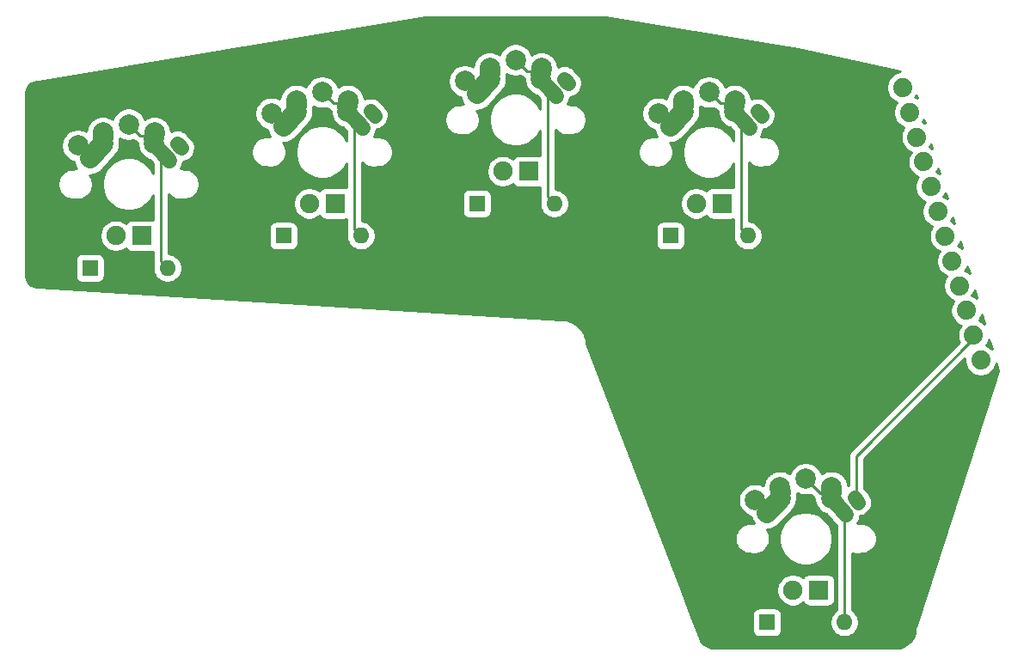
<source format=gbr>
G04 #@! TF.GenerationSoftware,KiCad,Pcbnew,(5.1.5)-3*
G04 #@! TF.CreationDate,2020-09-15T11:54:06+03:00*
G04 #@! TF.ProjectId,reset,72657365-742e-46b6-9963-61645f706362,rev?*
G04 #@! TF.SameCoordinates,Original*
G04 #@! TF.FileFunction,Copper,L1,Top*
G04 #@! TF.FilePolarity,Positive*
%FSLAX46Y46*%
G04 Gerber Fmt 4.6, Leading zero omitted, Abs format (unit mm)*
G04 Created by KiCad (PCBNEW (5.1.5)-3) date 2020-09-15 11:54:06*
%MOMM*%
%LPD*%
G04 APERTURE LIST*
%ADD10C,1.879600*%
%ADD11C,2.000000*%
%ADD12C,2.000000*%
%ADD13C,1.500000*%
%ADD14R,1.905000X1.905000*%
%ADD15C,1.905000*%
%ADD16C,1.400000*%
%ADD17R,1.600000X1.600000*%
%ADD18O,1.600000X1.600000*%
%ADD19C,0.250000*%
%ADD20C,0.254000*%
G04 APERTURE END LIST*
D10*
X147401308Y-103057652D03*
X146701189Y-100616047D03*
X146001070Y-98174442D03*
X145300951Y-95732838D03*
X144600832Y-93291233D03*
X143900713Y-90849628D03*
X143200594Y-88408024D03*
X142500476Y-85966419D03*
X141800357Y-83524814D03*
X141100238Y-81083209D03*
X140400119Y-78641605D03*
X139700000Y-76200000D03*
D11*
X132714999Y-115570000D02*
X132675001Y-116150000D01*
D12*
X132675000Y-116150000D03*
X132715000Y-115570000D03*
X127675000Y-116650000D03*
X126365000Y-118110000D03*
X132675000Y-116650000D03*
D13*
X133818042Y-117923922D02*
X134151958Y-118296078D01*
D12*
X127675000Y-116150000D03*
X127635000Y-115570000D03*
D14*
X131445000Y-125730000D03*
D15*
X128905000Y-125730000D03*
D11*
X126365005Y-118110004D02*
X127674995Y-116649996D01*
X127635001Y-115570000D02*
X127674999Y-116150000D01*
D13*
X134151954Y-118296082D02*
X132508046Y-116463918D01*
D12*
X130175000Y-114750000D03*
X125175000Y-116850000D03*
D16*
X135375350Y-117073293D02*
X134974650Y-116626707D01*
D11*
X123189999Y-77470000D02*
X123150001Y-78050000D01*
D12*
X123150000Y-78050000D03*
X123190000Y-77470000D03*
X118150000Y-78550000D03*
X116840000Y-80010000D03*
X123150000Y-78550000D03*
D13*
X124293042Y-79823922D02*
X124626958Y-80196078D01*
D12*
X118150000Y-78050000D03*
X118110000Y-77470000D03*
D14*
X121920000Y-87630000D03*
D15*
X119380000Y-87630000D03*
D11*
X116840005Y-80010004D02*
X118149995Y-78549996D01*
X118110001Y-77470000D02*
X118149999Y-78050000D01*
D13*
X124626954Y-80196082D02*
X122983046Y-78363918D01*
D12*
X120650000Y-76650000D03*
X115650000Y-78750000D03*
D16*
X125850350Y-78973293D02*
X125449650Y-78526707D01*
D11*
X104139999Y-74295000D02*
X104100001Y-74875000D01*
D12*
X104100000Y-74875000D03*
X104140000Y-74295000D03*
X99100000Y-75375000D03*
X97790000Y-76835000D03*
X104100000Y-75375000D03*
D13*
X105243042Y-76648922D02*
X105576958Y-77021078D01*
D12*
X99100000Y-74875000D03*
X99060000Y-74295000D03*
D14*
X102870000Y-84455000D03*
D15*
X100330000Y-84455000D03*
D11*
X97790005Y-76835004D02*
X99099995Y-75374996D01*
X99060001Y-74295000D02*
X99099999Y-74875000D01*
D13*
X105576954Y-77021082D02*
X103933046Y-75188918D01*
D12*
X101600000Y-73475000D03*
X96600000Y-75575000D03*
D16*
X106800350Y-75798293D02*
X106399650Y-75351707D01*
D11*
X85089999Y-77470000D02*
X85050001Y-78050000D01*
D12*
X85050000Y-78050000D03*
X85090000Y-77470000D03*
X80050000Y-78550000D03*
X78740000Y-80010000D03*
X85050000Y-78550000D03*
D13*
X86193042Y-79823922D02*
X86526958Y-80196078D01*
D12*
X80050000Y-78050000D03*
X80010000Y-77470000D03*
D14*
X83820000Y-87630000D03*
D15*
X81280000Y-87630000D03*
D11*
X78740005Y-80010004D02*
X80049995Y-78549996D01*
X80010001Y-77470000D02*
X80049999Y-78050000D01*
D13*
X86526954Y-80196082D02*
X84883046Y-78363918D01*
D12*
X82550000Y-76650000D03*
X77550000Y-78750000D03*
D16*
X87750350Y-78973293D02*
X87349650Y-78526707D01*
D11*
X66039999Y-80645000D02*
X66000001Y-81225000D01*
D12*
X66000000Y-81225000D03*
X66040000Y-80645000D03*
X61000000Y-81725000D03*
X59690000Y-83185000D03*
X66000000Y-81725000D03*
D13*
X67143042Y-82998922D02*
X67476958Y-83371078D01*
D12*
X61000000Y-81225000D03*
X60960000Y-80645000D03*
D14*
X64770000Y-90805000D03*
D15*
X62230000Y-90805000D03*
D11*
X59690005Y-83185004D02*
X60999995Y-81724996D01*
X60960001Y-80645000D02*
X60999999Y-81225000D01*
D13*
X67476954Y-83371082D02*
X65833046Y-81538918D01*
D12*
X63500000Y-79825000D03*
X58500000Y-81925000D03*
D16*
X68700350Y-82148293D02*
X68299650Y-81701707D01*
D17*
X126365000Y-128905000D03*
D18*
X133985000Y-128905000D03*
D17*
X116840000Y-90805000D03*
D18*
X124460000Y-90805000D03*
D17*
X97790000Y-87630000D03*
D18*
X105410000Y-87630000D03*
D17*
X78740000Y-90805000D03*
D18*
X86360000Y-90805000D03*
D17*
X59690000Y-93980000D03*
D18*
X67310000Y-93980000D03*
D19*
X66655000Y-93325000D02*
X67310000Y-93980000D01*
X66655000Y-82455000D02*
X66655000Y-93325000D01*
X64610000Y-80935000D02*
X66020000Y-80935000D01*
X63500000Y-79825000D02*
X64610000Y-80935000D01*
X83660000Y-77760000D02*
X85070000Y-77760000D01*
X82550000Y-76650000D02*
X83660000Y-77760000D01*
X85705000Y-90150000D02*
X86360000Y-90805000D01*
X85705000Y-79280000D02*
X85705000Y-90150000D01*
X102710000Y-74585000D02*
X104120000Y-74585000D01*
X101600000Y-73475000D02*
X102710000Y-74585000D01*
X104755000Y-86975000D02*
X105410000Y-87630000D01*
X104755000Y-76105000D02*
X104755000Y-86975000D01*
X121760000Y-77760000D02*
X123170000Y-77760000D01*
X120650000Y-76650000D02*
X121760000Y-77760000D01*
X123805000Y-90150000D02*
X124460000Y-90805000D01*
X123805000Y-79280000D02*
X123805000Y-90150000D01*
X131575000Y-116150000D02*
X132675000Y-116150000D01*
X130175000Y-114750000D02*
X131575000Y-116150000D01*
X133985000Y-117960000D02*
X133985000Y-128905000D01*
X132675000Y-116650000D02*
X133985000Y-117960000D01*
X58500000Y-81995000D02*
X59690000Y-83185000D01*
X58500000Y-81925000D02*
X58500000Y-81995000D01*
X79850000Y-78750000D02*
X80050000Y-78550000D01*
X77550000Y-78750000D02*
X79850000Y-78750000D01*
X98400000Y-75575000D02*
X99100000Y-74875000D01*
X96600000Y-75575000D02*
X98400000Y-75575000D01*
X117450000Y-78750000D02*
X118150000Y-78050000D01*
X115650000Y-78750000D02*
X117450000Y-78750000D01*
X126975000Y-116850000D02*
X127675000Y-116150000D01*
X125175000Y-116850000D02*
X126975000Y-116850000D01*
X135175000Y-112498299D02*
X146955721Y-100717578D01*
X135175000Y-116850000D02*
X135175000Y-112498299D01*
D20*
G36*
X129414076Y-72403116D02*
G01*
X139475535Y-74638997D01*
X139240648Y-74685718D01*
X138954052Y-74804430D01*
X138696123Y-74976773D01*
X138476773Y-75196123D01*
X138304430Y-75454052D01*
X138185718Y-75740648D01*
X138125200Y-76044896D01*
X138125200Y-76355104D01*
X138185718Y-76659352D01*
X138304430Y-76945948D01*
X138476773Y-77203877D01*
X138696123Y-77423227D01*
X138954052Y-77595570D01*
X139150649Y-77677003D01*
X139004549Y-77895657D01*
X138885837Y-78182253D01*
X138825319Y-78486501D01*
X138825319Y-78796709D01*
X138885837Y-79100957D01*
X139004549Y-79387553D01*
X139176892Y-79645482D01*
X139396242Y-79864832D01*
X139654171Y-80037175D01*
X139850768Y-80118608D01*
X139704668Y-80337261D01*
X139585956Y-80623857D01*
X139525438Y-80928105D01*
X139525438Y-81238313D01*
X139585956Y-81542561D01*
X139704668Y-81829157D01*
X139877011Y-82087086D01*
X140096361Y-82306436D01*
X140354290Y-82478779D01*
X140550887Y-82560212D01*
X140404787Y-82778866D01*
X140286075Y-83065462D01*
X140225557Y-83369710D01*
X140225557Y-83679918D01*
X140286075Y-83984166D01*
X140404787Y-84270762D01*
X140577130Y-84528691D01*
X140796480Y-84748041D01*
X141054409Y-84920384D01*
X141251006Y-85001817D01*
X141104906Y-85220471D01*
X140986194Y-85507067D01*
X140925676Y-85811315D01*
X140925676Y-86121523D01*
X140986194Y-86425771D01*
X141104906Y-86712367D01*
X141277249Y-86970296D01*
X141496599Y-87189646D01*
X141754528Y-87361989D01*
X141951124Y-87443422D01*
X141805024Y-87662076D01*
X141686312Y-87948672D01*
X141625794Y-88252920D01*
X141625794Y-88563128D01*
X141686312Y-88867376D01*
X141805024Y-89153972D01*
X141977367Y-89411901D01*
X142196717Y-89631251D01*
X142454646Y-89803594D01*
X142651243Y-89885027D01*
X142505143Y-90103680D01*
X142386431Y-90390276D01*
X142325913Y-90694524D01*
X142325913Y-91004732D01*
X142386431Y-91308980D01*
X142505143Y-91595576D01*
X142677486Y-91853505D01*
X142896836Y-92072855D01*
X143154765Y-92245198D01*
X143351362Y-92326631D01*
X143205262Y-92545285D01*
X143086550Y-92831881D01*
X143026032Y-93136129D01*
X143026032Y-93446337D01*
X143086550Y-93750585D01*
X143205262Y-94037181D01*
X143377605Y-94295110D01*
X143596955Y-94514460D01*
X143854884Y-94686803D01*
X144051481Y-94768236D01*
X143905381Y-94986890D01*
X143786669Y-95273486D01*
X143726151Y-95577734D01*
X143726151Y-95887942D01*
X143786669Y-96192190D01*
X143905381Y-96478786D01*
X144077724Y-96736715D01*
X144297074Y-96956065D01*
X144555003Y-97128408D01*
X144751600Y-97209841D01*
X144605500Y-97428494D01*
X144486788Y-97715090D01*
X144426270Y-98019338D01*
X144426270Y-98329546D01*
X144486788Y-98633794D01*
X144605500Y-98920390D01*
X144777843Y-99178319D01*
X144997193Y-99397669D01*
X145255122Y-99570012D01*
X145451719Y-99651445D01*
X145305619Y-99870099D01*
X145186907Y-100156695D01*
X145126389Y-100460943D01*
X145126389Y-100771151D01*
X145186907Y-101075399D01*
X145285375Y-101313121D01*
X134663998Y-111934500D01*
X134635000Y-111958298D01*
X134611202Y-111987296D01*
X134611201Y-111987297D01*
X134540026Y-112074023D01*
X134469454Y-112206053D01*
X134425998Y-112349314D01*
X134411324Y-112498299D01*
X134415001Y-112535631D01*
X134415000Y-115414665D01*
X134350000Y-115445010D01*
X134350000Y-115408967D01*
X134345283Y-115385255D01*
X134344575Y-115361102D01*
X134313915Y-115227556D01*
X134287168Y-115093088D01*
X134277916Y-115070751D01*
X134272509Y-115047201D01*
X134216384Y-114922201D01*
X134163918Y-114795537D01*
X134150486Y-114775435D01*
X134140589Y-114753392D01*
X134061152Y-114641736D01*
X133984987Y-114527748D01*
X133967894Y-114510655D01*
X133953884Y-114490963D01*
X133854185Y-114396946D01*
X133757252Y-114300013D01*
X133737151Y-114286582D01*
X133719569Y-114270002D01*
X133603439Y-114197238D01*
X133489463Y-114121082D01*
X133467131Y-114111832D01*
X133446650Y-114098999D01*
X133318553Y-114050288D01*
X133191912Y-113997832D01*
X133168202Y-113993116D01*
X133145613Y-113984526D01*
X133010473Y-113961742D01*
X132876033Y-113935000D01*
X132851861Y-113935000D01*
X132828029Y-113930982D01*
X132691034Y-113935000D01*
X132553967Y-113935000D01*
X132530261Y-113939715D01*
X132506101Y-113940424D01*
X132372516Y-113971093D01*
X132238088Y-113997832D01*
X132215757Y-114007082D01*
X132192200Y-114012490D01*
X132067159Y-114068633D01*
X131940537Y-114121082D01*
X131920442Y-114134509D01*
X131898391Y-114144410D01*
X131786694Y-114223877D01*
X131739771Y-114255230D01*
X131623918Y-113975537D01*
X131444987Y-113707748D01*
X131217252Y-113480013D01*
X130949463Y-113301082D01*
X130651912Y-113177832D01*
X130336033Y-113115000D01*
X130013967Y-113115000D01*
X129698088Y-113177832D01*
X129400537Y-113301082D01*
X129132748Y-113480013D01*
X128905013Y-113707748D01*
X128726082Y-113975537D01*
X128610229Y-114255230D01*
X128563303Y-114223875D01*
X128451609Y-114144410D01*
X128429558Y-114134509D01*
X128409463Y-114121082D01*
X128282841Y-114068633D01*
X128157800Y-114012490D01*
X128134243Y-114007082D01*
X128111912Y-113997832D01*
X127977484Y-113971093D01*
X127843899Y-113940424D01*
X127819739Y-113939715D01*
X127796033Y-113935000D01*
X127658966Y-113935000D01*
X127521971Y-113930982D01*
X127498140Y-113935000D01*
X127473967Y-113935000D01*
X127339508Y-113961745D01*
X127204387Y-113984527D01*
X127181803Y-113993115D01*
X127158088Y-113997832D01*
X127031418Y-114050301D01*
X126903350Y-114099000D01*
X126882874Y-114111830D01*
X126860537Y-114121082D01*
X126746551Y-114197245D01*
X126630431Y-114270002D01*
X126612849Y-114286582D01*
X126592748Y-114300013D01*
X126495815Y-114396946D01*
X126396116Y-114490963D01*
X126382106Y-114510655D01*
X126365013Y-114527748D01*
X126288848Y-114641736D01*
X126209411Y-114753392D01*
X126199514Y-114775435D01*
X126186082Y-114795537D01*
X126133616Y-114922201D01*
X126077491Y-115047201D01*
X126072084Y-115070751D01*
X126062832Y-115093088D01*
X126036085Y-115227556D01*
X126005425Y-115361102D01*
X126004717Y-115385255D01*
X126000000Y-115408967D01*
X126000000Y-115434850D01*
X125949463Y-115401082D01*
X125651912Y-115277832D01*
X125336033Y-115215000D01*
X125013967Y-115215000D01*
X124698088Y-115277832D01*
X124400537Y-115401082D01*
X124132748Y-115580013D01*
X123905013Y-115807748D01*
X123726082Y-116075537D01*
X123602832Y-116373088D01*
X123540000Y-116688967D01*
X123540000Y-117011033D01*
X123602832Y-117326912D01*
X123726082Y-117624463D01*
X123905013Y-117892252D01*
X124132748Y-118119987D01*
X124400537Y-118298918D01*
X124698088Y-118422168D01*
X124760682Y-118434619D01*
X124773354Y-118517191D01*
X124785744Y-118551279D01*
X124792832Y-118586912D01*
X124840704Y-118702484D01*
X124883375Y-118819882D01*
X124902182Y-118850905D01*
X124916082Y-118884463D01*
X124985566Y-118988453D01*
X125050335Y-119095294D01*
X125068376Y-119115000D01*
X124943816Y-119115000D01*
X124692448Y-119165000D01*
X124528740Y-119165000D01*
X124241842Y-119222068D01*
X123971589Y-119334010D01*
X123728368Y-119496525D01*
X123521525Y-119703368D01*
X123359010Y-119946589D01*
X123247068Y-120216842D01*
X123190000Y-120503740D01*
X123190000Y-120796260D01*
X123247068Y-121083158D01*
X123359010Y-121353411D01*
X123521525Y-121596632D01*
X123728368Y-121803475D01*
X123971589Y-121965990D01*
X124241842Y-122077932D01*
X124528740Y-122135000D01*
X124692448Y-122135000D01*
X124943816Y-122185000D01*
X125246184Y-122185000D01*
X125542743Y-122126011D01*
X125822095Y-122010299D01*
X126073505Y-121842312D01*
X126287312Y-121628505D01*
X126455299Y-121377095D01*
X126571011Y-121097743D01*
X126630000Y-120801184D01*
X126630000Y-120498816D01*
X126608570Y-120391076D01*
X127546100Y-120391076D01*
X127546100Y-120908924D01*
X127647127Y-121416822D01*
X127845299Y-121895251D01*
X128133000Y-122325826D01*
X128499174Y-122692000D01*
X128929749Y-122979701D01*
X129408178Y-123177873D01*
X129916076Y-123278900D01*
X130433924Y-123278900D01*
X130941822Y-123177873D01*
X131420251Y-122979701D01*
X131850826Y-122692000D01*
X132217000Y-122325826D01*
X132504701Y-121895251D01*
X132702873Y-121416822D01*
X132803900Y-120908924D01*
X132803900Y-120391076D01*
X132702873Y-119883178D01*
X132504701Y-119404749D01*
X132217000Y-118974174D01*
X131850826Y-118608000D01*
X131420251Y-118320299D01*
X130941822Y-118122127D01*
X130433924Y-118021100D01*
X129916076Y-118021100D01*
X129408178Y-118122127D01*
X128929749Y-118320299D01*
X128499174Y-118608000D01*
X128133000Y-118974174D01*
X127845299Y-119404749D01*
X127647127Y-119883178D01*
X127546100Y-120391076D01*
X126608570Y-120391076D01*
X126571011Y-120202257D01*
X126455299Y-119922905D01*
X126336656Y-119745343D01*
X126453851Y-119750511D01*
X126489760Y-119745000D01*
X126526033Y-119745000D01*
X126648540Y-119720632D01*
X126772192Y-119701655D01*
X126806336Y-119689244D01*
X126841912Y-119682168D01*
X126957299Y-119634373D01*
X127074883Y-119591634D01*
X127105955Y-119572797D01*
X127139463Y-119558918D01*
X127243298Y-119489538D01*
X127350295Y-119424674D01*
X127377097Y-119400136D01*
X127407252Y-119379987D01*
X127495555Y-119291684D01*
X127528312Y-119261694D01*
X127552474Y-119234765D01*
X127634987Y-119152252D01*
X127659717Y-119115241D01*
X128862323Y-117774916D01*
X128944987Y-117692252D01*
X129014511Y-117588202D01*
X129088387Y-117487540D01*
X129103727Y-117454682D01*
X129123918Y-117424463D01*
X129171808Y-117308847D01*
X129224626Y-117195707D01*
X129233260Y-117160488D01*
X129247168Y-117126912D01*
X129271581Y-117004182D01*
X129301313Y-116882904D01*
X129302911Y-116846673D01*
X129310000Y-116811033D01*
X129310000Y-116685914D01*
X129315502Y-116561149D01*
X129310000Y-116525299D01*
X129310000Y-116488967D01*
X129293620Y-116406617D01*
X129304575Y-116358898D01*
X129305283Y-116334745D01*
X129310000Y-116311033D01*
X129310000Y-116173936D01*
X129311022Y-116139106D01*
X129400537Y-116198918D01*
X129698088Y-116322168D01*
X130013967Y-116385000D01*
X130336033Y-116385000D01*
X130651912Y-116322168D01*
X130666375Y-116316177D01*
X131011201Y-116661003D01*
X131034999Y-116690001D01*
X131040000Y-116694105D01*
X131040000Y-116811033D01*
X131102832Y-117126912D01*
X131226082Y-117424463D01*
X131405013Y-117692252D01*
X131632748Y-117919987D01*
X131900537Y-118098918D01*
X132198088Y-118222168D01*
X132230670Y-118228649D01*
X133166520Y-119271671D01*
X133225000Y-119325211D01*
X133225001Y-127686956D01*
X133070241Y-127790363D01*
X132870363Y-127990241D01*
X132713320Y-128225273D01*
X132605147Y-128486426D01*
X132550000Y-128763665D01*
X132550000Y-129046335D01*
X132605147Y-129323574D01*
X132713320Y-129584727D01*
X132870363Y-129819759D01*
X133070241Y-130019637D01*
X133305273Y-130176680D01*
X133566426Y-130284853D01*
X133843665Y-130340000D01*
X134126335Y-130340000D01*
X134403574Y-130284853D01*
X134664727Y-130176680D01*
X134899759Y-130019637D01*
X135099637Y-129819759D01*
X135256680Y-129584727D01*
X135364853Y-129323574D01*
X135420000Y-129046335D01*
X135420000Y-128763665D01*
X135364853Y-128486426D01*
X135256680Y-128225273D01*
X135099637Y-127990241D01*
X134899759Y-127790363D01*
X134745000Y-127686957D01*
X134745000Y-122100223D01*
X134807257Y-122126011D01*
X135103816Y-122185000D01*
X135406184Y-122185000D01*
X135657552Y-122135000D01*
X135821260Y-122135000D01*
X136108158Y-122077932D01*
X136378411Y-121965990D01*
X136621632Y-121803475D01*
X136828475Y-121596632D01*
X136990990Y-121353411D01*
X137102932Y-121083158D01*
X137160000Y-120796260D01*
X137160000Y-120503740D01*
X137102932Y-120216842D01*
X136990990Y-119946589D01*
X136828475Y-119703368D01*
X136621632Y-119496525D01*
X136378411Y-119334010D01*
X136108158Y-119222068D01*
X135821260Y-119165000D01*
X135657552Y-119165000D01*
X135406184Y-119115000D01*
X135275132Y-119115000D01*
X135407038Y-118897412D01*
X135500237Y-118641004D01*
X135536845Y-118402468D01*
X135565524Y-118401203D01*
X135820933Y-118338587D01*
X136059217Y-118227346D01*
X136271221Y-118071755D01*
X136448798Y-117877793D01*
X136585122Y-117652917D01*
X136674955Y-117405763D01*
X136714846Y-117145835D01*
X136703260Y-116883119D01*
X136640644Y-116627710D01*
X136529402Y-116389427D01*
X136412800Y-116230547D01*
X135935000Y-115698031D01*
X135935000Y-112813100D01*
X145826508Y-102921594D01*
X145826508Y-103212756D01*
X145887026Y-103517004D01*
X146005738Y-103803600D01*
X146178081Y-104061529D01*
X146397431Y-104280879D01*
X146655360Y-104453222D01*
X146941956Y-104571934D01*
X147246204Y-104632452D01*
X147556412Y-104632452D01*
X147860660Y-104571934D01*
X148147256Y-104453222D01*
X148405185Y-104280879D01*
X148624535Y-104061529D01*
X148796878Y-103803600D01*
X148915590Y-103517004D01*
X148943689Y-103375738D01*
X149168796Y-104131453D01*
X140967298Y-129366835D01*
X140946410Y-129462003D01*
X140945637Y-129501222D01*
X140906091Y-129904545D01*
X140800220Y-130255206D01*
X140628257Y-130578623D01*
X140396748Y-130862482D01*
X140114514Y-131095965D01*
X139792304Y-131270184D01*
X139442385Y-131378502D01*
X139047557Y-131420000D01*
X121317278Y-131420000D01*
X120890529Y-131378157D01*
X120511077Y-131263594D01*
X120161114Y-131077515D01*
X119933642Y-130891993D01*
X118860744Y-128105000D01*
X124926928Y-128105000D01*
X124926928Y-129705000D01*
X124939188Y-129829482D01*
X124975498Y-129949180D01*
X125034463Y-130059494D01*
X125113815Y-130156185D01*
X125210506Y-130235537D01*
X125320820Y-130294502D01*
X125440518Y-130330812D01*
X125565000Y-130343072D01*
X127165000Y-130343072D01*
X127289482Y-130330812D01*
X127409180Y-130294502D01*
X127519494Y-130235537D01*
X127616185Y-130156185D01*
X127695537Y-130059494D01*
X127754502Y-129949180D01*
X127790812Y-129829482D01*
X127803072Y-129705000D01*
X127803072Y-128105000D01*
X127790812Y-127980518D01*
X127754502Y-127860820D01*
X127695537Y-127750506D01*
X127616185Y-127653815D01*
X127519494Y-127574463D01*
X127409180Y-127515498D01*
X127289482Y-127479188D01*
X127165000Y-127466928D01*
X125565000Y-127466928D01*
X125440518Y-127479188D01*
X125320820Y-127515498D01*
X125210506Y-127574463D01*
X125113815Y-127653815D01*
X125034463Y-127750506D01*
X124975498Y-127860820D01*
X124939188Y-127980518D01*
X124926928Y-128105000D01*
X118860744Y-128105000D01*
X117886258Y-125573645D01*
X127317500Y-125573645D01*
X127317500Y-125886355D01*
X127378507Y-126193057D01*
X127498176Y-126481963D01*
X127671908Y-126741972D01*
X127893028Y-126963092D01*
X128153037Y-127136824D01*
X128441943Y-127256493D01*
X128748645Y-127317500D01*
X129061355Y-127317500D01*
X129368057Y-127256493D01*
X129656963Y-127136824D01*
X129916972Y-126963092D01*
X129920549Y-126959515D01*
X129961963Y-127036994D01*
X130041315Y-127133685D01*
X130138006Y-127213037D01*
X130248320Y-127272002D01*
X130368018Y-127308312D01*
X130492500Y-127320572D01*
X132397500Y-127320572D01*
X132521982Y-127308312D01*
X132641680Y-127272002D01*
X132751994Y-127213037D01*
X132848685Y-127133685D01*
X132928037Y-127036994D01*
X132987002Y-126926680D01*
X133023312Y-126806982D01*
X133035572Y-126682500D01*
X133035572Y-124777500D01*
X133023312Y-124653018D01*
X132987002Y-124533320D01*
X132928037Y-124423006D01*
X132848685Y-124326315D01*
X132751994Y-124246963D01*
X132641680Y-124187998D01*
X132521982Y-124151688D01*
X132397500Y-124139428D01*
X130492500Y-124139428D01*
X130368018Y-124151688D01*
X130248320Y-124187998D01*
X130138006Y-124246963D01*
X130041315Y-124326315D01*
X129961963Y-124423006D01*
X129920549Y-124500485D01*
X129916972Y-124496908D01*
X129656963Y-124323176D01*
X129368057Y-124203507D01*
X129061355Y-124142500D01*
X128748645Y-124142500D01*
X128441943Y-124203507D01*
X128153037Y-124323176D01*
X127893028Y-124496908D01*
X127671908Y-124718028D01*
X127498176Y-124978037D01*
X127378507Y-125266943D01*
X127317500Y-125573645D01*
X117886258Y-125573645D01*
X108599127Y-101449108D01*
X108567475Y-101147958D01*
X108555449Y-101089371D01*
X108544238Y-101030601D01*
X108541574Y-101021779D01*
X108431633Y-100666615D01*
X108408449Y-100611464D01*
X108386044Y-100556008D01*
X108381717Y-100547872D01*
X108204885Y-100220827D01*
X108171469Y-100171285D01*
X108138680Y-100121178D01*
X108132855Y-100114037D01*
X107895866Y-99827568D01*
X107853451Y-99785448D01*
X107811569Y-99742679D01*
X107804468Y-99736805D01*
X107516351Y-99501822D01*
X107466540Y-99468728D01*
X107417168Y-99434922D01*
X107409062Y-99430539D01*
X107080790Y-99255994D01*
X107025489Y-99233201D01*
X106970504Y-99209634D01*
X106961700Y-99206909D01*
X106605778Y-99099449D01*
X106547078Y-99087826D01*
X106488584Y-99075393D01*
X106479422Y-99074430D01*
X106479420Y-99074430D01*
X106129801Y-99040150D01*
X106118021Y-99038251D01*
X54662563Y-95861989D01*
X54368795Y-95833185D01*
X54136774Y-95763133D01*
X53922778Y-95649350D01*
X53734961Y-95496169D01*
X53580471Y-95309424D01*
X53465198Y-95096231D01*
X53393528Y-94864701D01*
X53365000Y-94593276D01*
X53365000Y-93180000D01*
X58251928Y-93180000D01*
X58251928Y-94780000D01*
X58264188Y-94904482D01*
X58300498Y-95024180D01*
X58359463Y-95134494D01*
X58438815Y-95231185D01*
X58535506Y-95310537D01*
X58645820Y-95369502D01*
X58765518Y-95405812D01*
X58890000Y-95418072D01*
X60490000Y-95418072D01*
X60614482Y-95405812D01*
X60734180Y-95369502D01*
X60844494Y-95310537D01*
X60941185Y-95231185D01*
X61020537Y-95134494D01*
X61079502Y-95024180D01*
X61115812Y-94904482D01*
X61128072Y-94780000D01*
X61128072Y-93180000D01*
X61115812Y-93055518D01*
X61079502Y-92935820D01*
X61020537Y-92825506D01*
X60941185Y-92728815D01*
X60844494Y-92649463D01*
X60734180Y-92590498D01*
X60614482Y-92554188D01*
X60490000Y-92541928D01*
X58890000Y-92541928D01*
X58765518Y-92554188D01*
X58645820Y-92590498D01*
X58535506Y-92649463D01*
X58438815Y-92728815D01*
X58359463Y-92825506D01*
X58300498Y-92935820D01*
X58264188Y-93055518D01*
X58251928Y-93180000D01*
X53365000Y-93180000D01*
X53365000Y-85578740D01*
X56515000Y-85578740D01*
X56515000Y-85871260D01*
X56572068Y-86158158D01*
X56684010Y-86428411D01*
X56846525Y-86671632D01*
X57053368Y-86878475D01*
X57296589Y-87040990D01*
X57566842Y-87152932D01*
X57853740Y-87210000D01*
X58017448Y-87210000D01*
X58268816Y-87260000D01*
X58571184Y-87260000D01*
X58867743Y-87201011D01*
X59147095Y-87085299D01*
X59398505Y-86917312D01*
X59612312Y-86703505D01*
X59780299Y-86452095D01*
X59896011Y-86172743D01*
X59955000Y-85876184D01*
X59955000Y-85573816D01*
X59896011Y-85277257D01*
X59780299Y-84997905D01*
X59661656Y-84820343D01*
X59778851Y-84825511D01*
X59814760Y-84820000D01*
X59851033Y-84820000D01*
X59973540Y-84795632D01*
X60097192Y-84776655D01*
X60131336Y-84764244D01*
X60166912Y-84757168D01*
X60282299Y-84709373D01*
X60399883Y-84666634D01*
X60430955Y-84647797D01*
X60464463Y-84633918D01*
X60568298Y-84564538D01*
X60675295Y-84499674D01*
X60702097Y-84475136D01*
X60732252Y-84454987D01*
X60820555Y-84366684D01*
X60853312Y-84336694D01*
X60877474Y-84309765D01*
X60959987Y-84227252D01*
X60984717Y-84190241D01*
X62187323Y-82849916D01*
X62269987Y-82767252D01*
X62339511Y-82663202D01*
X62413387Y-82562540D01*
X62428727Y-82529682D01*
X62448918Y-82499463D01*
X62496808Y-82383847D01*
X62549626Y-82270707D01*
X62558260Y-82235488D01*
X62572168Y-82201912D01*
X62596581Y-82079182D01*
X62626313Y-81957904D01*
X62627911Y-81921673D01*
X62635000Y-81886033D01*
X62635000Y-81760914D01*
X62640502Y-81636149D01*
X62635000Y-81600299D01*
X62635000Y-81563967D01*
X62618620Y-81481617D01*
X62629575Y-81433898D01*
X62630283Y-81409745D01*
X62635000Y-81386033D01*
X62635000Y-81248936D01*
X62636022Y-81214106D01*
X62725537Y-81273918D01*
X63023088Y-81397168D01*
X63338967Y-81460000D01*
X63661033Y-81460000D01*
X63976912Y-81397168D01*
X63991375Y-81391177D01*
X64046201Y-81446003D01*
X64069999Y-81475001D01*
X64098997Y-81498799D01*
X64185723Y-81569974D01*
X64303175Y-81632754D01*
X64317753Y-81640546D01*
X64365000Y-81654878D01*
X64365000Y-81886033D01*
X64427832Y-82201912D01*
X64551082Y-82499463D01*
X64730013Y-82767252D01*
X64957748Y-82994987D01*
X65225537Y-83173918D01*
X65523088Y-83297168D01*
X65555670Y-83303649D01*
X65895000Y-83681839D01*
X65895000Y-84637395D01*
X65829701Y-84479749D01*
X65542000Y-84049174D01*
X65175826Y-83683000D01*
X64745251Y-83395299D01*
X64266822Y-83197127D01*
X63758924Y-83096100D01*
X63241076Y-83096100D01*
X62733178Y-83197127D01*
X62254749Y-83395299D01*
X61824174Y-83683000D01*
X61458000Y-84049174D01*
X61170299Y-84479749D01*
X60972127Y-84958178D01*
X60871100Y-85466076D01*
X60871100Y-85983924D01*
X60972127Y-86491822D01*
X61170299Y-86970251D01*
X61458000Y-87400826D01*
X61824174Y-87767000D01*
X62254749Y-88054701D01*
X62733178Y-88252873D01*
X63241076Y-88353900D01*
X63758924Y-88353900D01*
X64266822Y-88252873D01*
X64745251Y-88054701D01*
X65175826Y-87767000D01*
X65542000Y-87400826D01*
X65829701Y-86970251D01*
X65895000Y-86812604D01*
X65895001Y-89241254D01*
X65846982Y-89226688D01*
X65722500Y-89214428D01*
X63817500Y-89214428D01*
X63693018Y-89226688D01*
X63573320Y-89262998D01*
X63463006Y-89321963D01*
X63366315Y-89401315D01*
X63286963Y-89498006D01*
X63245549Y-89575485D01*
X63241972Y-89571908D01*
X62981963Y-89398176D01*
X62693057Y-89278507D01*
X62386355Y-89217500D01*
X62073645Y-89217500D01*
X61766943Y-89278507D01*
X61478037Y-89398176D01*
X61218028Y-89571908D01*
X60996908Y-89793028D01*
X60823176Y-90053037D01*
X60703507Y-90341943D01*
X60642500Y-90648645D01*
X60642500Y-90961355D01*
X60703507Y-91268057D01*
X60823176Y-91556963D01*
X60996908Y-91816972D01*
X61218028Y-92038092D01*
X61478037Y-92211824D01*
X61766943Y-92331493D01*
X62073645Y-92392500D01*
X62386355Y-92392500D01*
X62693057Y-92331493D01*
X62981963Y-92211824D01*
X63241972Y-92038092D01*
X63245549Y-92034515D01*
X63286963Y-92111994D01*
X63366315Y-92208685D01*
X63463006Y-92288037D01*
X63573320Y-92347002D01*
X63693018Y-92383312D01*
X63817500Y-92395572D01*
X65722500Y-92395572D01*
X65846982Y-92383312D01*
X65895001Y-92368746D01*
X65895001Y-93287668D01*
X65891324Y-93325000D01*
X65905998Y-93473985D01*
X65931518Y-93558116D01*
X65930147Y-93561426D01*
X65875000Y-93838665D01*
X65875000Y-94121335D01*
X65930147Y-94398574D01*
X66038320Y-94659727D01*
X66195363Y-94894759D01*
X66395241Y-95094637D01*
X66630273Y-95251680D01*
X66891426Y-95359853D01*
X67168665Y-95415000D01*
X67451335Y-95415000D01*
X67728574Y-95359853D01*
X67989727Y-95251680D01*
X68224759Y-95094637D01*
X68424637Y-94894759D01*
X68581680Y-94659727D01*
X68689853Y-94398574D01*
X68745000Y-94121335D01*
X68745000Y-93838665D01*
X68689853Y-93561426D01*
X68581680Y-93300273D01*
X68424637Y-93065241D01*
X68224759Y-92865363D01*
X67989727Y-92708320D01*
X67728574Y-92600147D01*
X67451335Y-92545000D01*
X67415000Y-92545000D01*
X67415000Y-90005000D01*
X77301928Y-90005000D01*
X77301928Y-91605000D01*
X77314188Y-91729482D01*
X77350498Y-91849180D01*
X77409463Y-91959494D01*
X77488815Y-92056185D01*
X77585506Y-92135537D01*
X77695820Y-92194502D01*
X77815518Y-92230812D01*
X77940000Y-92243072D01*
X79540000Y-92243072D01*
X79664482Y-92230812D01*
X79784180Y-92194502D01*
X79894494Y-92135537D01*
X79991185Y-92056185D01*
X80070537Y-91959494D01*
X80129502Y-91849180D01*
X80165812Y-91729482D01*
X80178072Y-91605000D01*
X80178072Y-90005000D01*
X80165812Y-89880518D01*
X80129502Y-89760820D01*
X80070537Y-89650506D01*
X79991185Y-89553815D01*
X79894494Y-89474463D01*
X79784180Y-89415498D01*
X79664482Y-89379188D01*
X79540000Y-89366928D01*
X77940000Y-89366928D01*
X77815518Y-89379188D01*
X77695820Y-89415498D01*
X77585506Y-89474463D01*
X77488815Y-89553815D01*
X77409463Y-89650506D01*
X77350498Y-89760820D01*
X77314188Y-89880518D01*
X77301928Y-90005000D01*
X67415000Y-90005000D01*
X67415000Y-86730817D01*
X67601495Y-86917312D01*
X67852905Y-87085299D01*
X68132257Y-87201011D01*
X68428816Y-87260000D01*
X68731184Y-87260000D01*
X68982552Y-87210000D01*
X69146260Y-87210000D01*
X69433158Y-87152932D01*
X69703411Y-87040990D01*
X69946632Y-86878475D01*
X70153475Y-86671632D01*
X70315990Y-86428411D01*
X70427932Y-86158158D01*
X70485000Y-85871260D01*
X70485000Y-85578740D01*
X70427932Y-85291842D01*
X70315990Y-85021589D01*
X70153475Y-84778368D01*
X69946632Y-84571525D01*
X69703411Y-84409010D01*
X69433158Y-84297068D01*
X69146260Y-84240000D01*
X68982552Y-84240000D01*
X68731184Y-84190000D01*
X68600132Y-84190000D01*
X68732038Y-83972412D01*
X68825237Y-83716004D01*
X68861845Y-83477468D01*
X68890524Y-83476203D01*
X69145933Y-83413587D01*
X69384217Y-83302346D01*
X69596221Y-83146755D01*
X69773798Y-82952793D01*
X69910122Y-82727917D01*
X69999955Y-82480763D01*
X70011775Y-82403740D01*
X75565000Y-82403740D01*
X75565000Y-82696260D01*
X75622068Y-82983158D01*
X75734010Y-83253411D01*
X75896525Y-83496632D01*
X76103368Y-83703475D01*
X76346589Y-83865990D01*
X76616842Y-83977932D01*
X76903740Y-84035000D01*
X77067448Y-84035000D01*
X77318816Y-84085000D01*
X77621184Y-84085000D01*
X77917743Y-84026011D01*
X78197095Y-83910299D01*
X78448505Y-83742312D01*
X78662312Y-83528505D01*
X78830299Y-83277095D01*
X78946011Y-82997743D01*
X79005000Y-82701184D01*
X79005000Y-82398816D01*
X78946011Y-82102257D01*
X78830299Y-81822905D01*
X78711656Y-81645343D01*
X78828851Y-81650511D01*
X78864760Y-81645000D01*
X78901033Y-81645000D01*
X79023540Y-81620632D01*
X79147192Y-81601655D01*
X79181336Y-81589244D01*
X79216912Y-81582168D01*
X79332299Y-81534373D01*
X79449883Y-81491634D01*
X79480955Y-81472797D01*
X79514463Y-81458918D01*
X79618298Y-81389538D01*
X79725295Y-81324674D01*
X79752097Y-81300136D01*
X79782252Y-81279987D01*
X79870555Y-81191684D01*
X79903312Y-81161694D01*
X79927474Y-81134765D01*
X80009987Y-81052252D01*
X80034717Y-81015241D01*
X81237323Y-79674916D01*
X81319987Y-79592252D01*
X81389511Y-79488202D01*
X81463387Y-79387540D01*
X81478727Y-79354682D01*
X81498918Y-79324463D01*
X81546808Y-79208847D01*
X81599626Y-79095707D01*
X81608260Y-79060488D01*
X81622168Y-79026912D01*
X81646581Y-78904182D01*
X81676313Y-78782904D01*
X81677911Y-78746673D01*
X81685000Y-78711033D01*
X81685000Y-78585914D01*
X81690502Y-78461149D01*
X81685000Y-78425299D01*
X81685000Y-78388967D01*
X81668620Y-78306617D01*
X81679575Y-78258898D01*
X81680283Y-78234745D01*
X81685000Y-78211033D01*
X81685000Y-78073936D01*
X81686022Y-78039106D01*
X81775537Y-78098918D01*
X82073088Y-78222168D01*
X82388967Y-78285000D01*
X82711033Y-78285000D01*
X83026912Y-78222168D01*
X83041375Y-78216177D01*
X83096201Y-78271003D01*
X83119999Y-78300001D01*
X83148997Y-78323799D01*
X83235723Y-78394974D01*
X83353175Y-78457754D01*
X83367753Y-78465546D01*
X83415000Y-78479878D01*
X83415000Y-78711033D01*
X83477832Y-79026912D01*
X83601082Y-79324463D01*
X83780013Y-79592252D01*
X84007748Y-79819987D01*
X84275537Y-79998918D01*
X84573088Y-80122168D01*
X84605670Y-80128649D01*
X84945000Y-80506839D01*
X84945000Y-81462395D01*
X84879701Y-81304749D01*
X84592000Y-80874174D01*
X84225826Y-80508000D01*
X83795251Y-80220299D01*
X83316822Y-80022127D01*
X82808924Y-79921100D01*
X82291076Y-79921100D01*
X81783178Y-80022127D01*
X81304749Y-80220299D01*
X80874174Y-80508000D01*
X80508000Y-80874174D01*
X80220299Y-81304749D01*
X80022127Y-81783178D01*
X79921100Y-82291076D01*
X79921100Y-82808924D01*
X80022127Y-83316822D01*
X80220299Y-83795251D01*
X80508000Y-84225826D01*
X80874174Y-84592000D01*
X81304749Y-84879701D01*
X81783178Y-85077873D01*
X82291076Y-85178900D01*
X82808924Y-85178900D01*
X83316822Y-85077873D01*
X83795251Y-84879701D01*
X84225826Y-84592000D01*
X84592000Y-84225826D01*
X84879701Y-83795251D01*
X84945000Y-83637604D01*
X84945001Y-86066254D01*
X84896982Y-86051688D01*
X84772500Y-86039428D01*
X82867500Y-86039428D01*
X82743018Y-86051688D01*
X82623320Y-86087998D01*
X82513006Y-86146963D01*
X82416315Y-86226315D01*
X82336963Y-86323006D01*
X82295549Y-86400485D01*
X82291972Y-86396908D01*
X82031963Y-86223176D01*
X81743057Y-86103507D01*
X81436355Y-86042500D01*
X81123645Y-86042500D01*
X80816943Y-86103507D01*
X80528037Y-86223176D01*
X80268028Y-86396908D01*
X80046908Y-86618028D01*
X79873176Y-86878037D01*
X79753507Y-87166943D01*
X79692500Y-87473645D01*
X79692500Y-87786355D01*
X79753507Y-88093057D01*
X79873176Y-88381963D01*
X80046908Y-88641972D01*
X80268028Y-88863092D01*
X80528037Y-89036824D01*
X80816943Y-89156493D01*
X81123645Y-89217500D01*
X81436355Y-89217500D01*
X81743057Y-89156493D01*
X82031963Y-89036824D01*
X82291972Y-88863092D01*
X82295549Y-88859515D01*
X82336963Y-88936994D01*
X82416315Y-89033685D01*
X82513006Y-89113037D01*
X82623320Y-89172002D01*
X82743018Y-89208312D01*
X82867500Y-89220572D01*
X84772500Y-89220572D01*
X84896982Y-89208312D01*
X84945001Y-89193746D01*
X84945001Y-90112668D01*
X84941324Y-90150000D01*
X84955998Y-90298985D01*
X84981518Y-90383116D01*
X84980147Y-90386426D01*
X84925000Y-90663665D01*
X84925000Y-90946335D01*
X84980147Y-91223574D01*
X85088320Y-91484727D01*
X85245363Y-91719759D01*
X85445241Y-91919637D01*
X85680273Y-92076680D01*
X85941426Y-92184853D01*
X86218665Y-92240000D01*
X86501335Y-92240000D01*
X86778574Y-92184853D01*
X87039727Y-92076680D01*
X87274759Y-91919637D01*
X87474637Y-91719759D01*
X87631680Y-91484727D01*
X87739853Y-91223574D01*
X87795000Y-90946335D01*
X87795000Y-90663665D01*
X87739853Y-90386426D01*
X87631680Y-90125273D01*
X87551317Y-90005000D01*
X115401928Y-90005000D01*
X115401928Y-91605000D01*
X115414188Y-91729482D01*
X115450498Y-91849180D01*
X115509463Y-91959494D01*
X115588815Y-92056185D01*
X115685506Y-92135537D01*
X115795820Y-92194502D01*
X115915518Y-92230812D01*
X116040000Y-92243072D01*
X117640000Y-92243072D01*
X117764482Y-92230812D01*
X117884180Y-92194502D01*
X117994494Y-92135537D01*
X118091185Y-92056185D01*
X118170537Y-91959494D01*
X118229502Y-91849180D01*
X118265812Y-91729482D01*
X118278072Y-91605000D01*
X118278072Y-90005000D01*
X118265812Y-89880518D01*
X118229502Y-89760820D01*
X118170537Y-89650506D01*
X118091185Y-89553815D01*
X117994494Y-89474463D01*
X117884180Y-89415498D01*
X117764482Y-89379188D01*
X117640000Y-89366928D01*
X116040000Y-89366928D01*
X115915518Y-89379188D01*
X115795820Y-89415498D01*
X115685506Y-89474463D01*
X115588815Y-89553815D01*
X115509463Y-89650506D01*
X115450498Y-89760820D01*
X115414188Y-89880518D01*
X115401928Y-90005000D01*
X87551317Y-90005000D01*
X87474637Y-89890241D01*
X87274759Y-89690363D01*
X87039727Y-89533320D01*
X86778574Y-89425147D01*
X86501335Y-89370000D01*
X86465000Y-89370000D01*
X86465000Y-86830000D01*
X96351928Y-86830000D01*
X96351928Y-88430000D01*
X96364188Y-88554482D01*
X96400498Y-88674180D01*
X96459463Y-88784494D01*
X96538815Y-88881185D01*
X96635506Y-88960537D01*
X96745820Y-89019502D01*
X96865518Y-89055812D01*
X96990000Y-89068072D01*
X98590000Y-89068072D01*
X98714482Y-89055812D01*
X98834180Y-89019502D01*
X98944494Y-88960537D01*
X99041185Y-88881185D01*
X99120537Y-88784494D01*
X99179502Y-88674180D01*
X99215812Y-88554482D01*
X99228072Y-88430000D01*
X99228072Y-86830000D01*
X99215812Y-86705518D01*
X99179502Y-86585820D01*
X99120537Y-86475506D01*
X99041185Y-86378815D01*
X98944494Y-86299463D01*
X98834180Y-86240498D01*
X98714482Y-86204188D01*
X98590000Y-86191928D01*
X96990000Y-86191928D01*
X96865518Y-86204188D01*
X96745820Y-86240498D01*
X96635506Y-86299463D01*
X96538815Y-86378815D01*
X96459463Y-86475506D01*
X96400498Y-86585820D01*
X96364188Y-86705518D01*
X96351928Y-86830000D01*
X86465000Y-86830000D01*
X86465000Y-83555817D01*
X86651495Y-83742312D01*
X86902905Y-83910299D01*
X87182257Y-84026011D01*
X87478816Y-84085000D01*
X87781184Y-84085000D01*
X88032552Y-84035000D01*
X88196260Y-84035000D01*
X88483158Y-83977932D01*
X88753411Y-83865990D01*
X88996632Y-83703475D01*
X89203475Y-83496632D01*
X89365990Y-83253411D01*
X89477932Y-82983158D01*
X89535000Y-82696260D01*
X89535000Y-82403740D01*
X89477932Y-82116842D01*
X89365990Y-81846589D01*
X89203475Y-81603368D01*
X88996632Y-81396525D01*
X88753411Y-81234010D01*
X88483158Y-81122068D01*
X88196260Y-81065000D01*
X88032552Y-81065000D01*
X87781184Y-81015000D01*
X87650132Y-81015000D01*
X87782038Y-80797412D01*
X87875237Y-80541004D01*
X87911845Y-80302468D01*
X87940524Y-80301203D01*
X88195933Y-80238587D01*
X88434217Y-80127346D01*
X88646221Y-79971755D01*
X88823798Y-79777793D01*
X88960122Y-79552917D01*
X89049955Y-79305763D01*
X89061775Y-79228740D01*
X94615000Y-79228740D01*
X94615000Y-79521260D01*
X94672068Y-79808158D01*
X94784010Y-80078411D01*
X94946525Y-80321632D01*
X95153368Y-80528475D01*
X95396589Y-80690990D01*
X95666842Y-80802932D01*
X95953740Y-80860000D01*
X96117448Y-80860000D01*
X96368816Y-80910000D01*
X96671184Y-80910000D01*
X96967743Y-80851011D01*
X97247095Y-80735299D01*
X97498505Y-80567312D01*
X97712312Y-80353505D01*
X97880299Y-80102095D01*
X97996011Y-79822743D01*
X98055000Y-79526184D01*
X98055000Y-79223816D01*
X97996011Y-78927257D01*
X97880299Y-78647905D01*
X97761656Y-78470343D01*
X97878851Y-78475511D01*
X97914760Y-78470000D01*
X97951033Y-78470000D01*
X98073540Y-78445632D01*
X98197192Y-78426655D01*
X98231336Y-78414244D01*
X98266912Y-78407168D01*
X98382299Y-78359373D01*
X98499883Y-78316634D01*
X98530955Y-78297797D01*
X98564463Y-78283918D01*
X98668298Y-78214538D01*
X98775295Y-78149674D01*
X98802097Y-78125136D01*
X98832252Y-78104987D01*
X98920555Y-78016684D01*
X98953312Y-77986694D01*
X98977474Y-77959765D01*
X99059987Y-77877252D01*
X99084717Y-77840241D01*
X100287323Y-76499916D01*
X100369987Y-76417252D01*
X100439511Y-76313202D01*
X100513387Y-76212540D01*
X100528727Y-76179682D01*
X100548918Y-76149463D01*
X100596808Y-76033847D01*
X100649626Y-75920707D01*
X100658260Y-75885488D01*
X100672168Y-75851912D01*
X100696581Y-75729182D01*
X100726313Y-75607904D01*
X100727911Y-75571673D01*
X100735000Y-75536033D01*
X100735000Y-75410914D01*
X100740502Y-75286149D01*
X100735000Y-75250299D01*
X100735000Y-75213967D01*
X100718620Y-75131617D01*
X100729575Y-75083898D01*
X100730283Y-75059745D01*
X100735000Y-75036033D01*
X100735000Y-74898936D01*
X100736022Y-74864106D01*
X100825537Y-74923918D01*
X101123088Y-75047168D01*
X101438967Y-75110000D01*
X101761033Y-75110000D01*
X102076912Y-75047168D01*
X102091375Y-75041177D01*
X102146201Y-75096003D01*
X102169999Y-75125001D01*
X102198997Y-75148799D01*
X102285723Y-75219974D01*
X102403175Y-75282754D01*
X102417753Y-75290546D01*
X102465000Y-75304878D01*
X102465000Y-75536033D01*
X102527832Y-75851912D01*
X102651082Y-76149463D01*
X102830013Y-76417252D01*
X103057748Y-76644987D01*
X103325537Y-76823918D01*
X103623088Y-76947168D01*
X103655670Y-76953649D01*
X103995000Y-77331839D01*
X103995000Y-78287395D01*
X103929701Y-78129749D01*
X103642000Y-77699174D01*
X103275826Y-77333000D01*
X102845251Y-77045299D01*
X102366822Y-76847127D01*
X101858924Y-76746100D01*
X101341076Y-76746100D01*
X100833178Y-76847127D01*
X100354749Y-77045299D01*
X99924174Y-77333000D01*
X99558000Y-77699174D01*
X99270299Y-78129749D01*
X99072127Y-78608178D01*
X98971100Y-79116076D01*
X98971100Y-79633924D01*
X99072127Y-80141822D01*
X99270299Y-80620251D01*
X99558000Y-81050826D01*
X99924174Y-81417000D01*
X100354749Y-81704701D01*
X100833178Y-81902873D01*
X101341076Y-82003900D01*
X101858924Y-82003900D01*
X102366822Y-81902873D01*
X102845251Y-81704701D01*
X103275826Y-81417000D01*
X103642000Y-81050826D01*
X103929701Y-80620251D01*
X103995000Y-80462604D01*
X103995001Y-82891254D01*
X103946982Y-82876688D01*
X103822500Y-82864428D01*
X101917500Y-82864428D01*
X101793018Y-82876688D01*
X101673320Y-82912998D01*
X101563006Y-82971963D01*
X101466315Y-83051315D01*
X101386963Y-83148006D01*
X101345549Y-83225485D01*
X101341972Y-83221908D01*
X101081963Y-83048176D01*
X100793057Y-82928507D01*
X100486355Y-82867500D01*
X100173645Y-82867500D01*
X99866943Y-82928507D01*
X99578037Y-83048176D01*
X99318028Y-83221908D01*
X99096908Y-83443028D01*
X98923176Y-83703037D01*
X98803507Y-83991943D01*
X98742500Y-84298645D01*
X98742500Y-84611355D01*
X98803507Y-84918057D01*
X98923176Y-85206963D01*
X99096908Y-85466972D01*
X99318028Y-85688092D01*
X99578037Y-85861824D01*
X99866943Y-85981493D01*
X100173645Y-86042500D01*
X100486355Y-86042500D01*
X100793057Y-85981493D01*
X101081963Y-85861824D01*
X101341972Y-85688092D01*
X101345549Y-85684515D01*
X101386963Y-85761994D01*
X101466315Y-85858685D01*
X101563006Y-85938037D01*
X101673320Y-85997002D01*
X101793018Y-86033312D01*
X101917500Y-86045572D01*
X103822500Y-86045572D01*
X103946982Y-86033312D01*
X103995001Y-86018746D01*
X103995001Y-86937668D01*
X103991324Y-86975000D01*
X104005998Y-87123985D01*
X104031518Y-87208116D01*
X104030147Y-87211426D01*
X103975000Y-87488665D01*
X103975000Y-87771335D01*
X104030147Y-88048574D01*
X104138320Y-88309727D01*
X104295363Y-88544759D01*
X104495241Y-88744637D01*
X104730273Y-88901680D01*
X104991426Y-89009853D01*
X105268665Y-89065000D01*
X105551335Y-89065000D01*
X105828574Y-89009853D01*
X106089727Y-88901680D01*
X106324759Y-88744637D01*
X106524637Y-88544759D01*
X106681680Y-88309727D01*
X106789853Y-88048574D01*
X106845000Y-87771335D01*
X106845000Y-87488665D01*
X106789853Y-87211426D01*
X106681680Y-86950273D01*
X106524637Y-86715241D01*
X106324759Y-86515363D01*
X106089727Y-86358320D01*
X105828574Y-86250147D01*
X105551335Y-86195000D01*
X105515000Y-86195000D01*
X105515000Y-82403740D01*
X113665000Y-82403740D01*
X113665000Y-82696260D01*
X113722068Y-82983158D01*
X113834010Y-83253411D01*
X113996525Y-83496632D01*
X114203368Y-83703475D01*
X114446589Y-83865990D01*
X114716842Y-83977932D01*
X115003740Y-84035000D01*
X115167448Y-84035000D01*
X115418816Y-84085000D01*
X115721184Y-84085000D01*
X116017743Y-84026011D01*
X116297095Y-83910299D01*
X116548505Y-83742312D01*
X116762312Y-83528505D01*
X116930299Y-83277095D01*
X117046011Y-82997743D01*
X117105000Y-82701184D01*
X117105000Y-82398816D01*
X117046011Y-82102257D01*
X116930299Y-81822905D01*
X116811656Y-81645343D01*
X116928851Y-81650511D01*
X116964760Y-81645000D01*
X117001033Y-81645000D01*
X117123540Y-81620632D01*
X117247192Y-81601655D01*
X117281336Y-81589244D01*
X117316912Y-81582168D01*
X117432299Y-81534373D01*
X117549883Y-81491634D01*
X117580955Y-81472797D01*
X117614463Y-81458918D01*
X117718298Y-81389538D01*
X117825295Y-81324674D01*
X117852097Y-81300136D01*
X117882252Y-81279987D01*
X117970555Y-81191684D01*
X118003312Y-81161694D01*
X118027474Y-81134765D01*
X118109987Y-81052252D01*
X118134717Y-81015241D01*
X119337323Y-79674916D01*
X119419987Y-79592252D01*
X119489511Y-79488202D01*
X119563387Y-79387540D01*
X119578727Y-79354682D01*
X119598918Y-79324463D01*
X119646808Y-79208847D01*
X119699626Y-79095707D01*
X119708260Y-79060488D01*
X119722168Y-79026912D01*
X119746581Y-78904182D01*
X119776313Y-78782904D01*
X119777911Y-78746673D01*
X119785000Y-78711033D01*
X119785000Y-78585914D01*
X119790502Y-78461149D01*
X119785000Y-78425299D01*
X119785000Y-78388967D01*
X119768620Y-78306617D01*
X119779575Y-78258898D01*
X119780283Y-78234745D01*
X119785000Y-78211033D01*
X119785000Y-78073936D01*
X119786022Y-78039106D01*
X119875537Y-78098918D01*
X120173088Y-78222168D01*
X120488967Y-78285000D01*
X120811033Y-78285000D01*
X121126912Y-78222168D01*
X121141375Y-78216177D01*
X121196201Y-78271003D01*
X121219999Y-78300001D01*
X121248997Y-78323799D01*
X121335723Y-78394974D01*
X121453175Y-78457754D01*
X121467753Y-78465546D01*
X121515000Y-78479878D01*
X121515000Y-78711033D01*
X121577832Y-79026912D01*
X121701082Y-79324463D01*
X121880013Y-79592252D01*
X122107748Y-79819987D01*
X122375537Y-79998918D01*
X122673088Y-80122168D01*
X122705670Y-80128649D01*
X123045000Y-80506839D01*
X123045000Y-81462395D01*
X122979701Y-81304749D01*
X122692000Y-80874174D01*
X122325826Y-80508000D01*
X121895251Y-80220299D01*
X121416822Y-80022127D01*
X120908924Y-79921100D01*
X120391076Y-79921100D01*
X119883178Y-80022127D01*
X119404749Y-80220299D01*
X118974174Y-80508000D01*
X118608000Y-80874174D01*
X118320299Y-81304749D01*
X118122127Y-81783178D01*
X118021100Y-82291076D01*
X118021100Y-82808924D01*
X118122127Y-83316822D01*
X118320299Y-83795251D01*
X118608000Y-84225826D01*
X118974174Y-84592000D01*
X119404749Y-84879701D01*
X119883178Y-85077873D01*
X120391076Y-85178900D01*
X120908924Y-85178900D01*
X121416822Y-85077873D01*
X121895251Y-84879701D01*
X122325826Y-84592000D01*
X122692000Y-84225826D01*
X122979701Y-83795251D01*
X123045000Y-83637604D01*
X123045001Y-86066254D01*
X122996982Y-86051688D01*
X122872500Y-86039428D01*
X120967500Y-86039428D01*
X120843018Y-86051688D01*
X120723320Y-86087998D01*
X120613006Y-86146963D01*
X120516315Y-86226315D01*
X120436963Y-86323006D01*
X120395549Y-86400485D01*
X120391972Y-86396908D01*
X120131963Y-86223176D01*
X119843057Y-86103507D01*
X119536355Y-86042500D01*
X119223645Y-86042500D01*
X118916943Y-86103507D01*
X118628037Y-86223176D01*
X118368028Y-86396908D01*
X118146908Y-86618028D01*
X117973176Y-86878037D01*
X117853507Y-87166943D01*
X117792500Y-87473645D01*
X117792500Y-87786355D01*
X117853507Y-88093057D01*
X117973176Y-88381963D01*
X118146908Y-88641972D01*
X118368028Y-88863092D01*
X118628037Y-89036824D01*
X118916943Y-89156493D01*
X119223645Y-89217500D01*
X119536355Y-89217500D01*
X119843057Y-89156493D01*
X120131963Y-89036824D01*
X120391972Y-88863092D01*
X120395549Y-88859515D01*
X120436963Y-88936994D01*
X120516315Y-89033685D01*
X120613006Y-89113037D01*
X120723320Y-89172002D01*
X120843018Y-89208312D01*
X120967500Y-89220572D01*
X122872500Y-89220572D01*
X122996982Y-89208312D01*
X123045001Y-89193746D01*
X123045001Y-90112668D01*
X123041324Y-90150000D01*
X123055998Y-90298985D01*
X123081518Y-90383116D01*
X123080147Y-90386426D01*
X123025000Y-90663665D01*
X123025000Y-90946335D01*
X123080147Y-91223574D01*
X123188320Y-91484727D01*
X123345363Y-91719759D01*
X123545241Y-91919637D01*
X123780273Y-92076680D01*
X124041426Y-92184853D01*
X124318665Y-92240000D01*
X124601335Y-92240000D01*
X124878574Y-92184853D01*
X125139727Y-92076680D01*
X125374759Y-91919637D01*
X125574637Y-91719759D01*
X125731680Y-91484727D01*
X125839853Y-91223574D01*
X125895000Y-90946335D01*
X125895000Y-90663665D01*
X125839853Y-90386426D01*
X125731680Y-90125273D01*
X125574637Y-89890241D01*
X125374759Y-89690363D01*
X125139727Y-89533320D01*
X124878574Y-89425147D01*
X124601335Y-89370000D01*
X124565000Y-89370000D01*
X124565000Y-83555817D01*
X124751495Y-83742312D01*
X125002905Y-83910299D01*
X125282257Y-84026011D01*
X125578816Y-84085000D01*
X125881184Y-84085000D01*
X126132552Y-84035000D01*
X126296260Y-84035000D01*
X126583158Y-83977932D01*
X126853411Y-83865990D01*
X127096632Y-83703475D01*
X127303475Y-83496632D01*
X127465990Y-83253411D01*
X127577932Y-82983158D01*
X127635000Y-82696260D01*
X127635000Y-82403740D01*
X127577932Y-82116842D01*
X127465990Y-81846589D01*
X127303475Y-81603368D01*
X127096632Y-81396525D01*
X126853411Y-81234010D01*
X126583158Y-81122068D01*
X126296260Y-81065000D01*
X126132552Y-81065000D01*
X125881184Y-81015000D01*
X125750132Y-81015000D01*
X125882038Y-80797412D01*
X125975237Y-80541004D01*
X126011845Y-80302468D01*
X126040524Y-80301203D01*
X126295933Y-80238587D01*
X126534217Y-80127346D01*
X126746221Y-79971755D01*
X126923798Y-79777793D01*
X127060122Y-79552917D01*
X127149955Y-79305763D01*
X127189846Y-79045835D01*
X127178260Y-78783119D01*
X127115644Y-78527710D01*
X127004402Y-78289427D01*
X126887800Y-78130547D01*
X126399508Y-77586338D01*
X126254150Y-77453259D01*
X126029273Y-77316935D01*
X125782120Y-77227102D01*
X125522192Y-77187211D01*
X125259477Y-77198797D01*
X125004067Y-77261413D01*
X124825000Y-77345010D01*
X124825000Y-77308967D01*
X124820283Y-77285255D01*
X124819575Y-77261102D01*
X124788915Y-77127556D01*
X124762168Y-76993088D01*
X124752916Y-76970751D01*
X124747509Y-76947201D01*
X124691384Y-76822201D01*
X124638918Y-76695537D01*
X124625486Y-76675435D01*
X124615589Y-76653392D01*
X124536152Y-76541736D01*
X124459987Y-76427748D01*
X124442894Y-76410655D01*
X124428884Y-76390963D01*
X124329185Y-76296946D01*
X124232252Y-76200013D01*
X124212151Y-76186582D01*
X124194569Y-76170002D01*
X124078439Y-76097238D01*
X123964463Y-76021082D01*
X123942131Y-76011832D01*
X123921650Y-75998999D01*
X123793553Y-75950288D01*
X123666912Y-75897832D01*
X123643202Y-75893116D01*
X123620613Y-75884526D01*
X123485473Y-75861742D01*
X123351033Y-75835000D01*
X123326861Y-75835000D01*
X123303029Y-75830982D01*
X123166034Y-75835000D01*
X123028967Y-75835000D01*
X123005261Y-75839715D01*
X122981101Y-75840424D01*
X122847516Y-75871093D01*
X122713088Y-75897832D01*
X122690757Y-75907082D01*
X122667200Y-75912490D01*
X122542159Y-75968633D01*
X122415537Y-76021082D01*
X122395442Y-76034509D01*
X122373391Y-76044410D01*
X122261694Y-76123877D01*
X122214771Y-76155230D01*
X122098918Y-75875537D01*
X121919987Y-75607748D01*
X121692252Y-75380013D01*
X121424463Y-75201082D01*
X121126912Y-75077832D01*
X120811033Y-75015000D01*
X120488967Y-75015000D01*
X120173088Y-75077832D01*
X119875537Y-75201082D01*
X119607748Y-75380013D01*
X119380013Y-75607748D01*
X119201082Y-75875537D01*
X119085229Y-76155230D01*
X119038303Y-76123875D01*
X118926609Y-76044410D01*
X118904558Y-76034509D01*
X118884463Y-76021082D01*
X118757841Y-75968633D01*
X118632800Y-75912490D01*
X118609243Y-75907082D01*
X118586912Y-75897832D01*
X118452484Y-75871093D01*
X118318899Y-75840424D01*
X118294739Y-75839715D01*
X118271033Y-75835000D01*
X118133966Y-75835000D01*
X117996971Y-75830982D01*
X117973140Y-75835000D01*
X117948967Y-75835000D01*
X117814508Y-75861745D01*
X117679387Y-75884527D01*
X117656803Y-75893115D01*
X117633088Y-75897832D01*
X117506418Y-75950301D01*
X117378350Y-75999000D01*
X117357874Y-76011830D01*
X117335537Y-76021082D01*
X117221551Y-76097245D01*
X117105431Y-76170002D01*
X117087849Y-76186582D01*
X117067748Y-76200013D01*
X116970815Y-76296946D01*
X116871116Y-76390963D01*
X116857106Y-76410655D01*
X116840013Y-76427748D01*
X116763848Y-76541736D01*
X116684411Y-76653392D01*
X116674514Y-76675435D01*
X116661082Y-76695537D01*
X116608616Y-76822201D01*
X116552491Y-76947201D01*
X116547084Y-76970751D01*
X116537832Y-76993088D01*
X116511085Y-77127556D01*
X116480425Y-77261102D01*
X116479717Y-77285255D01*
X116475000Y-77308967D01*
X116475000Y-77334850D01*
X116424463Y-77301082D01*
X116126912Y-77177832D01*
X115811033Y-77115000D01*
X115488967Y-77115000D01*
X115173088Y-77177832D01*
X114875537Y-77301082D01*
X114607748Y-77480013D01*
X114380013Y-77707748D01*
X114201082Y-77975537D01*
X114077832Y-78273088D01*
X114015000Y-78588967D01*
X114015000Y-78911033D01*
X114077832Y-79226912D01*
X114201082Y-79524463D01*
X114380013Y-79792252D01*
X114607748Y-80019987D01*
X114875537Y-80198918D01*
X115173088Y-80322168D01*
X115235682Y-80334619D01*
X115248354Y-80417191D01*
X115260744Y-80451279D01*
X115267832Y-80486912D01*
X115315704Y-80602484D01*
X115358375Y-80719882D01*
X115377182Y-80750905D01*
X115391082Y-80784463D01*
X115460566Y-80888453D01*
X115525335Y-80995294D01*
X115543376Y-81015000D01*
X115418816Y-81015000D01*
X115167448Y-81065000D01*
X115003740Y-81065000D01*
X114716842Y-81122068D01*
X114446589Y-81234010D01*
X114203368Y-81396525D01*
X113996525Y-81603368D01*
X113834010Y-81846589D01*
X113722068Y-82116842D01*
X113665000Y-82403740D01*
X105515000Y-82403740D01*
X105515000Y-80380817D01*
X105701495Y-80567312D01*
X105952905Y-80735299D01*
X106232257Y-80851011D01*
X106528816Y-80910000D01*
X106831184Y-80910000D01*
X107082552Y-80860000D01*
X107246260Y-80860000D01*
X107533158Y-80802932D01*
X107803411Y-80690990D01*
X108046632Y-80528475D01*
X108253475Y-80321632D01*
X108415990Y-80078411D01*
X108527932Y-79808158D01*
X108585000Y-79521260D01*
X108585000Y-79228740D01*
X108527932Y-78941842D01*
X108415990Y-78671589D01*
X108253475Y-78428368D01*
X108046632Y-78221525D01*
X107803411Y-78059010D01*
X107533158Y-77947068D01*
X107246260Y-77890000D01*
X107082552Y-77890000D01*
X106831184Y-77840000D01*
X106700132Y-77840000D01*
X106832038Y-77622412D01*
X106925237Y-77366004D01*
X106961845Y-77127468D01*
X106990524Y-77126203D01*
X107245933Y-77063587D01*
X107484217Y-76952346D01*
X107696221Y-76796755D01*
X107873798Y-76602793D01*
X108010122Y-76377917D01*
X108099955Y-76130763D01*
X108139846Y-75870835D01*
X108128260Y-75608119D01*
X108065644Y-75352710D01*
X107954402Y-75114427D01*
X107837800Y-74955547D01*
X107349508Y-74411338D01*
X107204150Y-74278259D01*
X106979273Y-74141935D01*
X106732120Y-74052102D01*
X106472192Y-74012211D01*
X106209477Y-74023797D01*
X105954067Y-74086413D01*
X105775000Y-74170010D01*
X105775000Y-74133967D01*
X105770283Y-74110255D01*
X105769575Y-74086102D01*
X105738915Y-73952556D01*
X105712168Y-73818088D01*
X105702916Y-73795751D01*
X105697509Y-73772201D01*
X105641384Y-73647201D01*
X105588918Y-73520537D01*
X105575486Y-73500435D01*
X105565589Y-73478392D01*
X105486152Y-73366736D01*
X105409987Y-73252748D01*
X105392894Y-73235655D01*
X105378884Y-73215963D01*
X105279185Y-73121946D01*
X105182252Y-73025013D01*
X105162151Y-73011582D01*
X105144569Y-72995002D01*
X105028439Y-72922238D01*
X104914463Y-72846082D01*
X104892131Y-72836832D01*
X104871650Y-72823999D01*
X104743553Y-72775288D01*
X104616912Y-72722832D01*
X104593202Y-72718116D01*
X104570613Y-72709526D01*
X104435473Y-72686742D01*
X104301033Y-72660000D01*
X104276861Y-72660000D01*
X104253029Y-72655982D01*
X104116034Y-72660000D01*
X103978967Y-72660000D01*
X103955261Y-72664715D01*
X103931101Y-72665424D01*
X103797516Y-72696093D01*
X103663088Y-72722832D01*
X103640757Y-72732082D01*
X103617200Y-72737490D01*
X103492159Y-72793633D01*
X103365537Y-72846082D01*
X103345442Y-72859509D01*
X103323391Y-72869410D01*
X103211694Y-72948877D01*
X103164771Y-72980230D01*
X103048918Y-72700537D01*
X102869987Y-72432748D01*
X102642252Y-72205013D01*
X102374463Y-72026082D01*
X102076912Y-71902832D01*
X101761033Y-71840000D01*
X101438967Y-71840000D01*
X101123088Y-71902832D01*
X100825537Y-72026082D01*
X100557748Y-72205013D01*
X100330013Y-72432748D01*
X100151082Y-72700537D01*
X100035229Y-72980230D01*
X99988303Y-72948875D01*
X99876609Y-72869410D01*
X99854558Y-72859509D01*
X99834463Y-72846082D01*
X99707841Y-72793633D01*
X99582800Y-72737490D01*
X99559243Y-72732082D01*
X99536912Y-72722832D01*
X99402484Y-72696093D01*
X99268899Y-72665424D01*
X99244739Y-72664715D01*
X99221033Y-72660000D01*
X99083966Y-72660000D01*
X98946971Y-72655982D01*
X98923140Y-72660000D01*
X98898967Y-72660000D01*
X98764508Y-72686745D01*
X98629387Y-72709527D01*
X98606803Y-72718115D01*
X98583088Y-72722832D01*
X98456418Y-72775301D01*
X98328350Y-72824000D01*
X98307874Y-72836830D01*
X98285537Y-72846082D01*
X98171551Y-72922245D01*
X98055431Y-72995002D01*
X98037849Y-73011582D01*
X98017748Y-73025013D01*
X97920815Y-73121946D01*
X97821116Y-73215963D01*
X97807106Y-73235655D01*
X97790013Y-73252748D01*
X97713848Y-73366736D01*
X97634411Y-73478392D01*
X97624514Y-73500435D01*
X97611082Y-73520537D01*
X97558616Y-73647201D01*
X97502491Y-73772201D01*
X97497084Y-73795751D01*
X97487832Y-73818088D01*
X97461085Y-73952556D01*
X97430425Y-74086102D01*
X97429717Y-74110255D01*
X97425000Y-74133967D01*
X97425000Y-74159850D01*
X97374463Y-74126082D01*
X97076912Y-74002832D01*
X96761033Y-73940000D01*
X96438967Y-73940000D01*
X96123088Y-74002832D01*
X95825537Y-74126082D01*
X95557748Y-74305013D01*
X95330013Y-74532748D01*
X95151082Y-74800537D01*
X95027832Y-75098088D01*
X94965000Y-75413967D01*
X94965000Y-75736033D01*
X95027832Y-76051912D01*
X95151082Y-76349463D01*
X95330013Y-76617252D01*
X95557748Y-76844987D01*
X95825537Y-77023918D01*
X96123088Y-77147168D01*
X96185682Y-77159619D01*
X96198354Y-77242191D01*
X96210744Y-77276279D01*
X96217832Y-77311912D01*
X96265704Y-77427484D01*
X96308375Y-77544882D01*
X96327182Y-77575905D01*
X96341082Y-77609463D01*
X96410566Y-77713453D01*
X96475335Y-77820294D01*
X96493376Y-77840000D01*
X96368816Y-77840000D01*
X96117448Y-77890000D01*
X95953740Y-77890000D01*
X95666842Y-77947068D01*
X95396589Y-78059010D01*
X95153368Y-78221525D01*
X94946525Y-78428368D01*
X94784010Y-78671589D01*
X94672068Y-78941842D01*
X94615000Y-79228740D01*
X89061775Y-79228740D01*
X89089846Y-79045835D01*
X89078260Y-78783119D01*
X89015644Y-78527710D01*
X88904402Y-78289427D01*
X88787800Y-78130547D01*
X88299508Y-77586338D01*
X88154150Y-77453259D01*
X87929273Y-77316935D01*
X87682120Y-77227102D01*
X87422192Y-77187211D01*
X87159477Y-77198797D01*
X86904067Y-77261413D01*
X86725000Y-77345010D01*
X86725000Y-77308967D01*
X86720283Y-77285255D01*
X86719575Y-77261102D01*
X86688915Y-77127556D01*
X86662168Y-76993088D01*
X86652916Y-76970751D01*
X86647509Y-76947201D01*
X86591384Y-76822201D01*
X86538918Y-76695537D01*
X86525486Y-76675435D01*
X86515589Y-76653392D01*
X86436152Y-76541736D01*
X86359987Y-76427748D01*
X86342894Y-76410655D01*
X86328884Y-76390963D01*
X86229185Y-76296946D01*
X86132252Y-76200013D01*
X86112151Y-76186582D01*
X86094569Y-76170002D01*
X85978439Y-76097238D01*
X85864463Y-76021082D01*
X85842131Y-76011832D01*
X85821650Y-75998999D01*
X85693553Y-75950288D01*
X85566912Y-75897832D01*
X85543202Y-75893116D01*
X85520613Y-75884526D01*
X85385473Y-75861742D01*
X85251033Y-75835000D01*
X85226861Y-75835000D01*
X85203029Y-75830982D01*
X85066034Y-75835000D01*
X84928967Y-75835000D01*
X84905261Y-75839715D01*
X84881101Y-75840424D01*
X84747516Y-75871093D01*
X84613088Y-75897832D01*
X84590757Y-75907082D01*
X84567200Y-75912490D01*
X84442159Y-75968633D01*
X84315537Y-76021082D01*
X84295442Y-76034509D01*
X84273391Y-76044410D01*
X84161694Y-76123877D01*
X84114771Y-76155230D01*
X83998918Y-75875537D01*
X83819987Y-75607748D01*
X83592252Y-75380013D01*
X83324463Y-75201082D01*
X83026912Y-75077832D01*
X82711033Y-75015000D01*
X82388967Y-75015000D01*
X82073088Y-75077832D01*
X81775537Y-75201082D01*
X81507748Y-75380013D01*
X81280013Y-75607748D01*
X81101082Y-75875537D01*
X80985229Y-76155230D01*
X80938303Y-76123875D01*
X80826609Y-76044410D01*
X80804558Y-76034509D01*
X80784463Y-76021082D01*
X80657841Y-75968633D01*
X80532800Y-75912490D01*
X80509243Y-75907082D01*
X80486912Y-75897832D01*
X80352484Y-75871093D01*
X80218899Y-75840424D01*
X80194739Y-75839715D01*
X80171033Y-75835000D01*
X80033966Y-75835000D01*
X79896971Y-75830982D01*
X79873140Y-75835000D01*
X79848967Y-75835000D01*
X79714508Y-75861745D01*
X79579387Y-75884527D01*
X79556803Y-75893115D01*
X79533088Y-75897832D01*
X79406418Y-75950301D01*
X79278350Y-75999000D01*
X79257874Y-76011830D01*
X79235537Y-76021082D01*
X79121551Y-76097245D01*
X79005431Y-76170002D01*
X78987849Y-76186582D01*
X78967748Y-76200013D01*
X78870815Y-76296946D01*
X78771116Y-76390963D01*
X78757106Y-76410655D01*
X78740013Y-76427748D01*
X78663848Y-76541736D01*
X78584411Y-76653392D01*
X78574514Y-76675435D01*
X78561082Y-76695537D01*
X78508616Y-76822201D01*
X78452491Y-76947201D01*
X78447084Y-76970751D01*
X78437832Y-76993088D01*
X78411085Y-77127556D01*
X78380425Y-77261102D01*
X78379717Y-77285255D01*
X78375000Y-77308967D01*
X78375000Y-77334850D01*
X78324463Y-77301082D01*
X78026912Y-77177832D01*
X77711033Y-77115000D01*
X77388967Y-77115000D01*
X77073088Y-77177832D01*
X76775537Y-77301082D01*
X76507748Y-77480013D01*
X76280013Y-77707748D01*
X76101082Y-77975537D01*
X75977832Y-78273088D01*
X75915000Y-78588967D01*
X75915000Y-78911033D01*
X75977832Y-79226912D01*
X76101082Y-79524463D01*
X76280013Y-79792252D01*
X76507748Y-80019987D01*
X76775537Y-80198918D01*
X77073088Y-80322168D01*
X77135682Y-80334619D01*
X77148354Y-80417191D01*
X77160744Y-80451279D01*
X77167832Y-80486912D01*
X77215704Y-80602484D01*
X77258375Y-80719882D01*
X77277182Y-80750905D01*
X77291082Y-80784463D01*
X77360566Y-80888453D01*
X77425335Y-80995294D01*
X77443376Y-81015000D01*
X77318816Y-81015000D01*
X77067448Y-81065000D01*
X76903740Y-81065000D01*
X76616842Y-81122068D01*
X76346589Y-81234010D01*
X76103368Y-81396525D01*
X75896525Y-81603368D01*
X75734010Y-81846589D01*
X75622068Y-82116842D01*
X75565000Y-82403740D01*
X70011775Y-82403740D01*
X70039846Y-82220835D01*
X70028260Y-81958119D01*
X69965644Y-81702710D01*
X69854402Y-81464427D01*
X69737800Y-81305547D01*
X69249508Y-80761338D01*
X69104150Y-80628259D01*
X68879273Y-80491935D01*
X68632120Y-80402102D01*
X68372192Y-80362211D01*
X68109477Y-80373797D01*
X67854067Y-80436413D01*
X67675000Y-80520010D01*
X67675000Y-80483967D01*
X67670283Y-80460255D01*
X67669575Y-80436102D01*
X67638915Y-80302556D01*
X67612168Y-80168088D01*
X67602916Y-80145751D01*
X67597509Y-80122201D01*
X67541384Y-79997201D01*
X67488918Y-79870537D01*
X67475486Y-79850435D01*
X67465589Y-79828392D01*
X67386152Y-79716736D01*
X67309987Y-79602748D01*
X67292894Y-79585655D01*
X67278884Y-79565963D01*
X67179185Y-79471946D01*
X67082252Y-79375013D01*
X67062151Y-79361582D01*
X67044569Y-79345002D01*
X66928439Y-79272238D01*
X66814463Y-79196082D01*
X66792131Y-79186832D01*
X66771650Y-79173999D01*
X66643553Y-79125288D01*
X66516912Y-79072832D01*
X66493202Y-79068116D01*
X66470613Y-79059526D01*
X66335473Y-79036742D01*
X66201033Y-79010000D01*
X66176861Y-79010000D01*
X66153029Y-79005982D01*
X66016034Y-79010000D01*
X65878967Y-79010000D01*
X65855261Y-79014715D01*
X65831101Y-79015424D01*
X65697516Y-79046093D01*
X65563088Y-79072832D01*
X65540757Y-79082082D01*
X65517200Y-79087490D01*
X65392159Y-79143633D01*
X65265537Y-79196082D01*
X65245442Y-79209509D01*
X65223391Y-79219410D01*
X65111694Y-79298877D01*
X65064771Y-79330230D01*
X64948918Y-79050537D01*
X64769987Y-78782748D01*
X64542252Y-78555013D01*
X64274463Y-78376082D01*
X63976912Y-78252832D01*
X63661033Y-78190000D01*
X63338967Y-78190000D01*
X63023088Y-78252832D01*
X62725537Y-78376082D01*
X62457748Y-78555013D01*
X62230013Y-78782748D01*
X62051082Y-79050537D01*
X61935229Y-79330230D01*
X61888303Y-79298875D01*
X61776609Y-79219410D01*
X61754558Y-79209509D01*
X61734463Y-79196082D01*
X61607841Y-79143633D01*
X61482800Y-79087490D01*
X61459243Y-79082082D01*
X61436912Y-79072832D01*
X61302484Y-79046093D01*
X61168899Y-79015424D01*
X61144739Y-79014715D01*
X61121033Y-79010000D01*
X60983966Y-79010000D01*
X60846971Y-79005982D01*
X60823140Y-79010000D01*
X60798967Y-79010000D01*
X60664508Y-79036745D01*
X60529387Y-79059527D01*
X60506803Y-79068115D01*
X60483088Y-79072832D01*
X60356418Y-79125301D01*
X60228350Y-79174000D01*
X60207874Y-79186830D01*
X60185537Y-79196082D01*
X60071551Y-79272245D01*
X59955431Y-79345002D01*
X59937849Y-79361582D01*
X59917748Y-79375013D01*
X59820815Y-79471946D01*
X59721116Y-79565963D01*
X59707106Y-79585655D01*
X59690013Y-79602748D01*
X59613848Y-79716736D01*
X59534411Y-79828392D01*
X59524514Y-79850435D01*
X59511082Y-79870537D01*
X59458616Y-79997201D01*
X59402491Y-80122201D01*
X59397084Y-80145751D01*
X59387832Y-80168088D01*
X59361085Y-80302556D01*
X59330425Y-80436102D01*
X59329717Y-80460255D01*
X59325000Y-80483967D01*
X59325000Y-80509850D01*
X59274463Y-80476082D01*
X58976912Y-80352832D01*
X58661033Y-80290000D01*
X58338967Y-80290000D01*
X58023088Y-80352832D01*
X57725537Y-80476082D01*
X57457748Y-80655013D01*
X57230013Y-80882748D01*
X57051082Y-81150537D01*
X56927832Y-81448088D01*
X56865000Y-81763967D01*
X56865000Y-82086033D01*
X56927832Y-82401912D01*
X57051082Y-82699463D01*
X57230013Y-82967252D01*
X57457748Y-83194987D01*
X57725537Y-83373918D01*
X58023088Y-83497168D01*
X58085682Y-83509619D01*
X58098354Y-83592191D01*
X58110744Y-83626279D01*
X58117832Y-83661912D01*
X58165704Y-83777484D01*
X58208375Y-83894882D01*
X58227182Y-83925905D01*
X58241082Y-83959463D01*
X58310566Y-84063453D01*
X58375335Y-84170294D01*
X58393376Y-84190000D01*
X58268816Y-84190000D01*
X58017448Y-84240000D01*
X57853740Y-84240000D01*
X57566842Y-84297068D01*
X57296589Y-84409010D01*
X57053368Y-84571525D01*
X56846525Y-84778368D01*
X56684010Y-85021589D01*
X56572068Y-85291842D01*
X56515000Y-85578740D01*
X53365000Y-85578740D01*
X53365000Y-76867277D01*
X53391815Y-76593796D01*
X53461867Y-76361774D01*
X53575650Y-76147778D01*
X53728832Y-75959959D01*
X53915577Y-75805470D01*
X54128769Y-75690199D01*
X54360300Y-75618528D01*
X54631069Y-75590069D01*
X54686525Y-75586349D01*
X73800481Y-72400691D01*
X73800494Y-72400688D01*
X92764627Y-69240000D01*
X110435379Y-69240000D01*
X129414076Y-72403116D01*
G37*
X129414076Y-72403116D02*
X139475535Y-74638997D01*
X139240648Y-74685718D01*
X138954052Y-74804430D01*
X138696123Y-74976773D01*
X138476773Y-75196123D01*
X138304430Y-75454052D01*
X138185718Y-75740648D01*
X138125200Y-76044896D01*
X138125200Y-76355104D01*
X138185718Y-76659352D01*
X138304430Y-76945948D01*
X138476773Y-77203877D01*
X138696123Y-77423227D01*
X138954052Y-77595570D01*
X139150649Y-77677003D01*
X139004549Y-77895657D01*
X138885837Y-78182253D01*
X138825319Y-78486501D01*
X138825319Y-78796709D01*
X138885837Y-79100957D01*
X139004549Y-79387553D01*
X139176892Y-79645482D01*
X139396242Y-79864832D01*
X139654171Y-80037175D01*
X139850768Y-80118608D01*
X139704668Y-80337261D01*
X139585956Y-80623857D01*
X139525438Y-80928105D01*
X139525438Y-81238313D01*
X139585956Y-81542561D01*
X139704668Y-81829157D01*
X139877011Y-82087086D01*
X140096361Y-82306436D01*
X140354290Y-82478779D01*
X140550887Y-82560212D01*
X140404787Y-82778866D01*
X140286075Y-83065462D01*
X140225557Y-83369710D01*
X140225557Y-83679918D01*
X140286075Y-83984166D01*
X140404787Y-84270762D01*
X140577130Y-84528691D01*
X140796480Y-84748041D01*
X141054409Y-84920384D01*
X141251006Y-85001817D01*
X141104906Y-85220471D01*
X140986194Y-85507067D01*
X140925676Y-85811315D01*
X140925676Y-86121523D01*
X140986194Y-86425771D01*
X141104906Y-86712367D01*
X141277249Y-86970296D01*
X141496599Y-87189646D01*
X141754528Y-87361989D01*
X141951124Y-87443422D01*
X141805024Y-87662076D01*
X141686312Y-87948672D01*
X141625794Y-88252920D01*
X141625794Y-88563128D01*
X141686312Y-88867376D01*
X141805024Y-89153972D01*
X141977367Y-89411901D01*
X142196717Y-89631251D01*
X142454646Y-89803594D01*
X142651243Y-89885027D01*
X142505143Y-90103680D01*
X142386431Y-90390276D01*
X142325913Y-90694524D01*
X142325913Y-91004732D01*
X142386431Y-91308980D01*
X142505143Y-91595576D01*
X142677486Y-91853505D01*
X142896836Y-92072855D01*
X143154765Y-92245198D01*
X143351362Y-92326631D01*
X143205262Y-92545285D01*
X143086550Y-92831881D01*
X143026032Y-93136129D01*
X143026032Y-93446337D01*
X143086550Y-93750585D01*
X143205262Y-94037181D01*
X143377605Y-94295110D01*
X143596955Y-94514460D01*
X143854884Y-94686803D01*
X144051481Y-94768236D01*
X143905381Y-94986890D01*
X143786669Y-95273486D01*
X143726151Y-95577734D01*
X143726151Y-95887942D01*
X143786669Y-96192190D01*
X143905381Y-96478786D01*
X144077724Y-96736715D01*
X144297074Y-96956065D01*
X144555003Y-97128408D01*
X144751600Y-97209841D01*
X144605500Y-97428494D01*
X144486788Y-97715090D01*
X144426270Y-98019338D01*
X144426270Y-98329546D01*
X144486788Y-98633794D01*
X144605500Y-98920390D01*
X144777843Y-99178319D01*
X144997193Y-99397669D01*
X145255122Y-99570012D01*
X145451719Y-99651445D01*
X145305619Y-99870099D01*
X145186907Y-100156695D01*
X145126389Y-100460943D01*
X145126389Y-100771151D01*
X145186907Y-101075399D01*
X145285375Y-101313121D01*
X134663998Y-111934500D01*
X134635000Y-111958298D01*
X134611202Y-111987296D01*
X134611201Y-111987297D01*
X134540026Y-112074023D01*
X134469454Y-112206053D01*
X134425998Y-112349314D01*
X134411324Y-112498299D01*
X134415001Y-112535631D01*
X134415000Y-115414665D01*
X134350000Y-115445010D01*
X134350000Y-115408967D01*
X134345283Y-115385255D01*
X134344575Y-115361102D01*
X134313915Y-115227556D01*
X134287168Y-115093088D01*
X134277916Y-115070751D01*
X134272509Y-115047201D01*
X134216384Y-114922201D01*
X134163918Y-114795537D01*
X134150486Y-114775435D01*
X134140589Y-114753392D01*
X134061152Y-114641736D01*
X133984987Y-114527748D01*
X133967894Y-114510655D01*
X133953884Y-114490963D01*
X133854185Y-114396946D01*
X133757252Y-114300013D01*
X133737151Y-114286582D01*
X133719569Y-114270002D01*
X133603439Y-114197238D01*
X133489463Y-114121082D01*
X133467131Y-114111832D01*
X133446650Y-114098999D01*
X133318553Y-114050288D01*
X133191912Y-113997832D01*
X133168202Y-113993116D01*
X133145613Y-113984526D01*
X133010473Y-113961742D01*
X132876033Y-113935000D01*
X132851861Y-113935000D01*
X132828029Y-113930982D01*
X132691034Y-113935000D01*
X132553967Y-113935000D01*
X132530261Y-113939715D01*
X132506101Y-113940424D01*
X132372516Y-113971093D01*
X132238088Y-113997832D01*
X132215757Y-114007082D01*
X132192200Y-114012490D01*
X132067159Y-114068633D01*
X131940537Y-114121082D01*
X131920442Y-114134509D01*
X131898391Y-114144410D01*
X131786694Y-114223877D01*
X131739771Y-114255230D01*
X131623918Y-113975537D01*
X131444987Y-113707748D01*
X131217252Y-113480013D01*
X130949463Y-113301082D01*
X130651912Y-113177832D01*
X130336033Y-113115000D01*
X130013967Y-113115000D01*
X129698088Y-113177832D01*
X129400537Y-113301082D01*
X129132748Y-113480013D01*
X128905013Y-113707748D01*
X128726082Y-113975537D01*
X128610229Y-114255230D01*
X128563303Y-114223875D01*
X128451609Y-114144410D01*
X128429558Y-114134509D01*
X128409463Y-114121082D01*
X128282841Y-114068633D01*
X128157800Y-114012490D01*
X128134243Y-114007082D01*
X128111912Y-113997832D01*
X127977484Y-113971093D01*
X127843899Y-113940424D01*
X127819739Y-113939715D01*
X127796033Y-113935000D01*
X127658966Y-113935000D01*
X127521971Y-113930982D01*
X127498140Y-113935000D01*
X127473967Y-113935000D01*
X127339508Y-113961745D01*
X127204387Y-113984527D01*
X127181803Y-113993115D01*
X127158088Y-113997832D01*
X127031418Y-114050301D01*
X126903350Y-114099000D01*
X126882874Y-114111830D01*
X126860537Y-114121082D01*
X126746551Y-114197245D01*
X126630431Y-114270002D01*
X126612849Y-114286582D01*
X126592748Y-114300013D01*
X126495815Y-114396946D01*
X126396116Y-114490963D01*
X126382106Y-114510655D01*
X126365013Y-114527748D01*
X126288848Y-114641736D01*
X126209411Y-114753392D01*
X126199514Y-114775435D01*
X126186082Y-114795537D01*
X126133616Y-114922201D01*
X126077491Y-115047201D01*
X126072084Y-115070751D01*
X126062832Y-115093088D01*
X126036085Y-115227556D01*
X126005425Y-115361102D01*
X126004717Y-115385255D01*
X126000000Y-115408967D01*
X126000000Y-115434850D01*
X125949463Y-115401082D01*
X125651912Y-115277832D01*
X125336033Y-115215000D01*
X125013967Y-115215000D01*
X124698088Y-115277832D01*
X124400537Y-115401082D01*
X124132748Y-115580013D01*
X123905013Y-115807748D01*
X123726082Y-116075537D01*
X123602832Y-116373088D01*
X123540000Y-116688967D01*
X123540000Y-117011033D01*
X123602832Y-117326912D01*
X123726082Y-117624463D01*
X123905013Y-117892252D01*
X124132748Y-118119987D01*
X124400537Y-118298918D01*
X124698088Y-118422168D01*
X124760682Y-118434619D01*
X124773354Y-118517191D01*
X124785744Y-118551279D01*
X124792832Y-118586912D01*
X124840704Y-118702484D01*
X124883375Y-118819882D01*
X124902182Y-118850905D01*
X124916082Y-118884463D01*
X124985566Y-118988453D01*
X125050335Y-119095294D01*
X125068376Y-119115000D01*
X124943816Y-119115000D01*
X124692448Y-119165000D01*
X124528740Y-119165000D01*
X124241842Y-119222068D01*
X123971589Y-119334010D01*
X123728368Y-119496525D01*
X123521525Y-119703368D01*
X123359010Y-119946589D01*
X123247068Y-120216842D01*
X123190000Y-120503740D01*
X123190000Y-120796260D01*
X123247068Y-121083158D01*
X123359010Y-121353411D01*
X123521525Y-121596632D01*
X123728368Y-121803475D01*
X123971589Y-121965990D01*
X124241842Y-122077932D01*
X124528740Y-122135000D01*
X124692448Y-122135000D01*
X124943816Y-122185000D01*
X125246184Y-122185000D01*
X125542743Y-122126011D01*
X125822095Y-122010299D01*
X126073505Y-121842312D01*
X126287312Y-121628505D01*
X126455299Y-121377095D01*
X126571011Y-121097743D01*
X126630000Y-120801184D01*
X126630000Y-120498816D01*
X126608570Y-120391076D01*
X127546100Y-120391076D01*
X127546100Y-120908924D01*
X127647127Y-121416822D01*
X127845299Y-121895251D01*
X128133000Y-122325826D01*
X128499174Y-122692000D01*
X128929749Y-122979701D01*
X129408178Y-123177873D01*
X129916076Y-123278900D01*
X130433924Y-123278900D01*
X130941822Y-123177873D01*
X131420251Y-122979701D01*
X131850826Y-122692000D01*
X132217000Y-122325826D01*
X132504701Y-121895251D01*
X132702873Y-121416822D01*
X132803900Y-120908924D01*
X132803900Y-120391076D01*
X132702873Y-119883178D01*
X132504701Y-119404749D01*
X132217000Y-118974174D01*
X131850826Y-118608000D01*
X131420251Y-118320299D01*
X130941822Y-118122127D01*
X130433924Y-118021100D01*
X129916076Y-118021100D01*
X129408178Y-118122127D01*
X128929749Y-118320299D01*
X128499174Y-118608000D01*
X128133000Y-118974174D01*
X127845299Y-119404749D01*
X127647127Y-119883178D01*
X127546100Y-120391076D01*
X126608570Y-120391076D01*
X126571011Y-120202257D01*
X126455299Y-119922905D01*
X126336656Y-119745343D01*
X126453851Y-119750511D01*
X126489760Y-119745000D01*
X126526033Y-119745000D01*
X126648540Y-119720632D01*
X126772192Y-119701655D01*
X126806336Y-119689244D01*
X126841912Y-119682168D01*
X126957299Y-119634373D01*
X127074883Y-119591634D01*
X127105955Y-119572797D01*
X127139463Y-119558918D01*
X127243298Y-119489538D01*
X127350295Y-119424674D01*
X127377097Y-119400136D01*
X127407252Y-119379987D01*
X127495555Y-119291684D01*
X127528312Y-119261694D01*
X127552474Y-119234765D01*
X127634987Y-119152252D01*
X127659717Y-119115241D01*
X128862323Y-117774916D01*
X128944987Y-117692252D01*
X129014511Y-117588202D01*
X129088387Y-117487540D01*
X129103727Y-117454682D01*
X129123918Y-117424463D01*
X129171808Y-117308847D01*
X129224626Y-117195707D01*
X129233260Y-117160488D01*
X129247168Y-117126912D01*
X129271581Y-117004182D01*
X129301313Y-116882904D01*
X129302911Y-116846673D01*
X129310000Y-116811033D01*
X129310000Y-116685914D01*
X129315502Y-116561149D01*
X129310000Y-116525299D01*
X129310000Y-116488967D01*
X129293620Y-116406617D01*
X129304575Y-116358898D01*
X129305283Y-116334745D01*
X129310000Y-116311033D01*
X129310000Y-116173936D01*
X129311022Y-116139106D01*
X129400537Y-116198918D01*
X129698088Y-116322168D01*
X130013967Y-116385000D01*
X130336033Y-116385000D01*
X130651912Y-116322168D01*
X130666375Y-116316177D01*
X131011201Y-116661003D01*
X131034999Y-116690001D01*
X131040000Y-116694105D01*
X131040000Y-116811033D01*
X131102832Y-117126912D01*
X131226082Y-117424463D01*
X131405013Y-117692252D01*
X131632748Y-117919987D01*
X131900537Y-118098918D01*
X132198088Y-118222168D01*
X132230670Y-118228649D01*
X133166520Y-119271671D01*
X133225000Y-119325211D01*
X133225001Y-127686956D01*
X133070241Y-127790363D01*
X132870363Y-127990241D01*
X132713320Y-128225273D01*
X132605147Y-128486426D01*
X132550000Y-128763665D01*
X132550000Y-129046335D01*
X132605147Y-129323574D01*
X132713320Y-129584727D01*
X132870363Y-129819759D01*
X133070241Y-130019637D01*
X133305273Y-130176680D01*
X133566426Y-130284853D01*
X133843665Y-130340000D01*
X134126335Y-130340000D01*
X134403574Y-130284853D01*
X134664727Y-130176680D01*
X134899759Y-130019637D01*
X135099637Y-129819759D01*
X135256680Y-129584727D01*
X135364853Y-129323574D01*
X135420000Y-129046335D01*
X135420000Y-128763665D01*
X135364853Y-128486426D01*
X135256680Y-128225273D01*
X135099637Y-127990241D01*
X134899759Y-127790363D01*
X134745000Y-127686957D01*
X134745000Y-122100223D01*
X134807257Y-122126011D01*
X135103816Y-122185000D01*
X135406184Y-122185000D01*
X135657552Y-122135000D01*
X135821260Y-122135000D01*
X136108158Y-122077932D01*
X136378411Y-121965990D01*
X136621632Y-121803475D01*
X136828475Y-121596632D01*
X136990990Y-121353411D01*
X137102932Y-121083158D01*
X137160000Y-120796260D01*
X137160000Y-120503740D01*
X137102932Y-120216842D01*
X136990990Y-119946589D01*
X136828475Y-119703368D01*
X136621632Y-119496525D01*
X136378411Y-119334010D01*
X136108158Y-119222068D01*
X135821260Y-119165000D01*
X135657552Y-119165000D01*
X135406184Y-119115000D01*
X135275132Y-119115000D01*
X135407038Y-118897412D01*
X135500237Y-118641004D01*
X135536845Y-118402468D01*
X135565524Y-118401203D01*
X135820933Y-118338587D01*
X136059217Y-118227346D01*
X136271221Y-118071755D01*
X136448798Y-117877793D01*
X136585122Y-117652917D01*
X136674955Y-117405763D01*
X136714846Y-117145835D01*
X136703260Y-116883119D01*
X136640644Y-116627710D01*
X136529402Y-116389427D01*
X136412800Y-116230547D01*
X135935000Y-115698031D01*
X135935000Y-112813100D01*
X145826508Y-102921594D01*
X145826508Y-103212756D01*
X145887026Y-103517004D01*
X146005738Y-103803600D01*
X146178081Y-104061529D01*
X146397431Y-104280879D01*
X146655360Y-104453222D01*
X146941956Y-104571934D01*
X147246204Y-104632452D01*
X147556412Y-104632452D01*
X147860660Y-104571934D01*
X148147256Y-104453222D01*
X148405185Y-104280879D01*
X148624535Y-104061529D01*
X148796878Y-103803600D01*
X148915590Y-103517004D01*
X148943689Y-103375738D01*
X149168796Y-104131453D01*
X140967298Y-129366835D01*
X140946410Y-129462003D01*
X140945637Y-129501222D01*
X140906091Y-129904545D01*
X140800220Y-130255206D01*
X140628257Y-130578623D01*
X140396748Y-130862482D01*
X140114514Y-131095965D01*
X139792304Y-131270184D01*
X139442385Y-131378502D01*
X139047557Y-131420000D01*
X121317278Y-131420000D01*
X120890529Y-131378157D01*
X120511077Y-131263594D01*
X120161114Y-131077515D01*
X119933642Y-130891993D01*
X118860744Y-128105000D01*
X124926928Y-128105000D01*
X124926928Y-129705000D01*
X124939188Y-129829482D01*
X124975498Y-129949180D01*
X125034463Y-130059494D01*
X125113815Y-130156185D01*
X125210506Y-130235537D01*
X125320820Y-130294502D01*
X125440518Y-130330812D01*
X125565000Y-130343072D01*
X127165000Y-130343072D01*
X127289482Y-130330812D01*
X127409180Y-130294502D01*
X127519494Y-130235537D01*
X127616185Y-130156185D01*
X127695537Y-130059494D01*
X127754502Y-129949180D01*
X127790812Y-129829482D01*
X127803072Y-129705000D01*
X127803072Y-128105000D01*
X127790812Y-127980518D01*
X127754502Y-127860820D01*
X127695537Y-127750506D01*
X127616185Y-127653815D01*
X127519494Y-127574463D01*
X127409180Y-127515498D01*
X127289482Y-127479188D01*
X127165000Y-127466928D01*
X125565000Y-127466928D01*
X125440518Y-127479188D01*
X125320820Y-127515498D01*
X125210506Y-127574463D01*
X125113815Y-127653815D01*
X125034463Y-127750506D01*
X124975498Y-127860820D01*
X124939188Y-127980518D01*
X124926928Y-128105000D01*
X118860744Y-128105000D01*
X117886258Y-125573645D01*
X127317500Y-125573645D01*
X127317500Y-125886355D01*
X127378507Y-126193057D01*
X127498176Y-126481963D01*
X127671908Y-126741972D01*
X127893028Y-126963092D01*
X128153037Y-127136824D01*
X128441943Y-127256493D01*
X128748645Y-127317500D01*
X129061355Y-127317500D01*
X129368057Y-127256493D01*
X129656963Y-127136824D01*
X129916972Y-126963092D01*
X129920549Y-126959515D01*
X129961963Y-127036994D01*
X130041315Y-127133685D01*
X130138006Y-127213037D01*
X130248320Y-127272002D01*
X130368018Y-127308312D01*
X130492500Y-127320572D01*
X132397500Y-127320572D01*
X132521982Y-127308312D01*
X132641680Y-127272002D01*
X132751994Y-127213037D01*
X132848685Y-127133685D01*
X132928037Y-127036994D01*
X132987002Y-126926680D01*
X133023312Y-126806982D01*
X133035572Y-126682500D01*
X133035572Y-124777500D01*
X133023312Y-124653018D01*
X132987002Y-124533320D01*
X132928037Y-124423006D01*
X132848685Y-124326315D01*
X132751994Y-124246963D01*
X132641680Y-124187998D01*
X132521982Y-124151688D01*
X132397500Y-124139428D01*
X130492500Y-124139428D01*
X130368018Y-124151688D01*
X130248320Y-124187998D01*
X130138006Y-124246963D01*
X130041315Y-124326315D01*
X129961963Y-124423006D01*
X129920549Y-124500485D01*
X129916972Y-124496908D01*
X129656963Y-124323176D01*
X129368057Y-124203507D01*
X129061355Y-124142500D01*
X128748645Y-124142500D01*
X128441943Y-124203507D01*
X128153037Y-124323176D01*
X127893028Y-124496908D01*
X127671908Y-124718028D01*
X127498176Y-124978037D01*
X127378507Y-125266943D01*
X127317500Y-125573645D01*
X117886258Y-125573645D01*
X108599127Y-101449108D01*
X108567475Y-101147958D01*
X108555449Y-101089371D01*
X108544238Y-101030601D01*
X108541574Y-101021779D01*
X108431633Y-100666615D01*
X108408449Y-100611464D01*
X108386044Y-100556008D01*
X108381717Y-100547872D01*
X108204885Y-100220827D01*
X108171469Y-100171285D01*
X108138680Y-100121178D01*
X108132855Y-100114037D01*
X107895866Y-99827568D01*
X107853451Y-99785448D01*
X107811569Y-99742679D01*
X107804468Y-99736805D01*
X107516351Y-99501822D01*
X107466540Y-99468728D01*
X107417168Y-99434922D01*
X107409062Y-99430539D01*
X107080790Y-99255994D01*
X107025489Y-99233201D01*
X106970504Y-99209634D01*
X106961700Y-99206909D01*
X106605778Y-99099449D01*
X106547078Y-99087826D01*
X106488584Y-99075393D01*
X106479422Y-99074430D01*
X106479420Y-99074430D01*
X106129801Y-99040150D01*
X106118021Y-99038251D01*
X54662563Y-95861989D01*
X54368795Y-95833185D01*
X54136774Y-95763133D01*
X53922778Y-95649350D01*
X53734961Y-95496169D01*
X53580471Y-95309424D01*
X53465198Y-95096231D01*
X53393528Y-94864701D01*
X53365000Y-94593276D01*
X53365000Y-93180000D01*
X58251928Y-93180000D01*
X58251928Y-94780000D01*
X58264188Y-94904482D01*
X58300498Y-95024180D01*
X58359463Y-95134494D01*
X58438815Y-95231185D01*
X58535506Y-95310537D01*
X58645820Y-95369502D01*
X58765518Y-95405812D01*
X58890000Y-95418072D01*
X60490000Y-95418072D01*
X60614482Y-95405812D01*
X60734180Y-95369502D01*
X60844494Y-95310537D01*
X60941185Y-95231185D01*
X61020537Y-95134494D01*
X61079502Y-95024180D01*
X61115812Y-94904482D01*
X61128072Y-94780000D01*
X61128072Y-93180000D01*
X61115812Y-93055518D01*
X61079502Y-92935820D01*
X61020537Y-92825506D01*
X60941185Y-92728815D01*
X60844494Y-92649463D01*
X60734180Y-92590498D01*
X60614482Y-92554188D01*
X60490000Y-92541928D01*
X58890000Y-92541928D01*
X58765518Y-92554188D01*
X58645820Y-92590498D01*
X58535506Y-92649463D01*
X58438815Y-92728815D01*
X58359463Y-92825506D01*
X58300498Y-92935820D01*
X58264188Y-93055518D01*
X58251928Y-93180000D01*
X53365000Y-93180000D01*
X53365000Y-85578740D01*
X56515000Y-85578740D01*
X56515000Y-85871260D01*
X56572068Y-86158158D01*
X56684010Y-86428411D01*
X56846525Y-86671632D01*
X57053368Y-86878475D01*
X57296589Y-87040990D01*
X57566842Y-87152932D01*
X57853740Y-87210000D01*
X58017448Y-87210000D01*
X58268816Y-87260000D01*
X58571184Y-87260000D01*
X58867743Y-87201011D01*
X59147095Y-87085299D01*
X59398505Y-86917312D01*
X59612312Y-86703505D01*
X59780299Y-86452095D01*
X59896011Y-86172743D01*
X59955000Y-85876184D01*
X59955000Y-85573816D01*
X59896011Y-85277257D01*
X59780299Y-84997905D01*
X59661656Y-84820343D01*
X59778851Y-84825511D01*
X59814760Y-84820000D01*
X59851033Y-84820000D01*
X59973540Y-84795632D01*
X60097192Y-84776655D01*
X60131336Y-84764244D01*
X60166912Y-84757168D01*
X60282299Y-84709373D01*
X60399883Y-84666634D01*
X60430955Y-84647797D01*
X60464463Y-84633918D01*
X60568298Y-84564538D01*
X60675295Y-84499674D01*
X60702097Y-84475136D01*
X60732252Y-84454987D01*
X60820555Y-84366684D01*
X60853312Y-84336694D01*
X60877474Y-84309765D01*
X60959987Y-84227252D01*
X60984717Y-84190241D01*
X62187323Y-82849916D01*
X62269987Y-82767252D01*
X62339511Y-82663202D01*
X62413387Y-82562540D01*
X62428727Y-82529682D01*
X62448918Y-82499463D01*
X62496808Y-82383847D01*
X62549626Y-82270707D01*
X62558260Y-82235488D01*
X62572168Y-82201912D01*
X62596581Y-82079182D01*
X62626313Y-81957904D01*
X62627911Y-81921673D01*
X62635000Y-81886033D01*
X62635000Y-81760914D01*
X62640502Y-81636149D01*
X62635000Y-81600299D01*
X62635000Y-81563967D01*
X62618620Y-81481617D01*
X62629575Y-81433898D01*
X62630283Y-81409745D01*
X62635000Y-81386033D01*
X62635000Y-81248936D01*
X62636022Y-81214106D01*
X62725537Y-81273918D01*
X63023088Y-81397168D01*
X63338967Y-81460000D01*
X63661033Y-81460000D01*
X63976912Y-81397168D01*
X63991375Y-81391177D01*
X64046201Y-81446003D01*
X64069999Y-81475001D01*
X64098997Y-81498799D01*
X64185723Y-81569974D01*
X64303175Y-81632754D01*
X64317753Y-81640546D01*
X64365000Y-81654878D01*
X64365000Y-81886033D01*
X64427832Y-82201912D01*
X64551082Y-82499463D01*
X64730013Y-82767252D01*
X64957748Y-82994987D01*
X65225537Y-83173918D01*
X65523088Y-83297168D01*
X65555670Y-83303649D01*
X65895000Y-83681839D01*
X65895000Y-84637395D01*
X65829701Y-84479749D01*
X65542000Y-84049174D01*
X65175826Y-83683000D01*
X64745251Y-83395299D01*
X64266822Y-83197127D01*
X63758924Y-83096100D01*
X63241076Y-83096100D01*
X62733178Y-83197127D01*
X62254749Y-83395299D01*
X61824174Y-83683000D01*
X61458000Y-84049174D01*
X61170299Y-84479749D01*
X60972127Y-84958178D01*
X60871100Y-85466076D01*
X60871100Y-85983924D01*
X60972127Y-86491822D01*
X61170299Y-86970251D01*
X61458000Y-87400826D01*
X61824174Y-87767000D01*
X62254749Y-88054701D01*
X62733178Y-88252873D01*
X63241076Y-88353900D01*
X63758924Y-88353900D01*
X64266822Y-88252873D01*
X64745251Y-88054701D01*
X65175826Y-87767000D01*
X65542000Y-87400826D01*
X65829701Y-86970251D01*
X65895000Y-86812604D01*
X65895001Y-89241254D01*
X65846982Y-89226688D01*
X65722500Y-89214428D01*
X63817500Y-89214428D01*
X63693018Y-89226688D01*
X63573320Y-89262998D01*
X63463006Y-89321963D01*
X63366315Y-89401315D01*
X63286963Y-89498006D01*
X63245549Y-89575485D01*
X63241972Y-89571908D01*
X62981963Y-89398176D01*
X62693057Y-89278507D01*
X62386355Y-89217500D01*
X62073645Y-89217500D01*
X61766943Y-89278507D01*
X61478037Y-89398176D01*
X61218028Y-89571908D01*
X60996908Y-89793028D01*
X60823176Y-90053037D01*
X60703507Y-90341943D01*
X60642500Y-90648645D01*
X60642500Y-90961355D01*
X60703507Y-91268057D01*
X60823176Y-91556963D01*
X60996908Y-91816972D01*
X61218028Y-92038092D01*
X61478037Y-92211824D01*
X61766943Y-92331493D01*
X62073645Y-92392500D01*
X62386355Y-92392500D01*
X62693057Y-92331493D01*
X62981963Y-92211824D01*
X63241972Y-92038092D01*
X63245549Y-92034515D01*
X63286963Y-92111994D01*
X63366315Y-92208685D01*
X63463006Y-92288037D01*
X63573320Y-92347002D01*
X63693018Y-92383312D01*
X63817500Y-92395572D01*
X65722500Y-92395572D01*
X65846982Y-92383312D01*
X65895001Y-92368746D01*
X65895001Y-93287668D01*
X65891324Y-93325000D01*
X65905998Y-93473985D01*
X65931518Y-93558116D01*
X65930147Y-93561426D01*
X65875000Y-93838665D01*
X65875000Y-94121335D01*
X65930147Y-94398574D01*
X66038320Y-94659727D01*
X66195363Y-94894759D01*
X66395241Y-95094637D01*
X66630273Y-95251680D01*
X66891426Y-95359853D01*
X67168665Y-95415000D01*
X67451335Y-95415000D01*
X67728574Y-95359853D01*
X67989727Y-95251680D01*
X68224759Y-95094637D01*
X68424637Y-94894759D01*
X68581680Y-94659727D01*
X68689853Y-94398574D01*
X68745000Y-94121335D01*
X68745000Y-93838665D01*
X68689853Y-93561426D01*
X68581680Y-93300273D01*
X68424637Y-93065241D01*
X68224759Y-92865363D01*
X67989727Y-92708320D01*
X67728574Y-92600147D01*
X67451335Y-92545000D01*
X67415000Y-92545000D01*
X67415000Y-90005000D01*
X77301928Y-90005000D01*
X77301928Y-91605000D01*
X77314188Y-91729482D01*
X77350498Y-91849180D01*
X77409463Y-91959494D01*
X77488815Y-92056185D01*
X77585506Y-92135537D01*
X77695820Y-92194502D01*
X77815518Y-92230812D01*
X77940000Y-92243072D01*
X79540000Y-92243072D01*
X79664482Y-92230812D01*
X79784180Y-92194502D01*
X79894494Y-92135537D01*
X79991185Y-92056185D01*
X80070537Y-91959494D01*
X80129502Y-91849180D01*
X80165812Y-91729482D01*
X80178072Y-91605000D01*
X80178072Y-90005000D01*
X80165812Y-89880518D01*
X80129502Y-89760820D01*
X80070537Y-89650506D01*
X79991185Y-89553815D01*
X79894494Y-89474463D01*
X79784180Y-89415498D01*
X79664482Y-89379188D01*
X79540000Y-89366928D01*
X77940000Y-89366928D01*
X77815518Y-89379188D01*
X77695820Y-89415498D01*
X77585506Y-89474463D01*
X77488815Y-89553815D01*
X77409463Y-89650506D01*
X77350498Y-89760820D01*
X77314188Y-89880518D01*
X77301928Y-90005000D01*
X67415000Y-90005000D01*
X67415000Y-86730817D01*
X67601495Y-86917312D01*
X67852905Y-87085299D01*
X68132257Y-87201011D01*
X68428816Y-87260000D01*
X68731184Y-87260000D01*
X68982552Y-87210000D01*
X69146260Y-87210000D01*
X69433158Y-87152932D01*
X69703411Y-87040990D01*
X69946632Y-86878475D01*
X70153475Y-86671632D01*
X70315990Y-86428411D01*
X70427932Y-86158158D01*
X70485000Y-85871260D01*
X70485000Y-85578740D01*
X70427932Y-85291842D01*
X70315990Y-85021589D01*
X70153475Y-84778368D01*
X69946632Y-84571525D01*
X69703411Y-84409010D01*
X69433158Y-84297068D01*
X69146260Y-84240000D01*
X68982552Y-84240000D01*
X68731184Y-84190000D01*
X68600132Y-84190000D01*
X68732038Y-83972412D01*
X68825237Y-83716004D01*
X68861845Y-83477468D01*
X68890524Y-83476203D01*
X69145933Y-83413587D01*
X69384217Y-83302346D01*
X69596221Y-83146755D01*
X69773798Y-82952793D01*
X69910122Y-82727917D01*
X69999955Y-82480763D01*
X70011775Y-82403740D01*
X75565000Y-82403740D01*
X75565000Y-82696260D01*
X75622068Y-82983158D01*
X75734010Y-83253411D01*
X75896525Y-83496632D01*
X76103368Y-83703475D01*
X76346589Y-83865990D01*
X76616842Y-83977932D01*
X76903740Y-84035000D01*
X77067448Y-84035000D01*
X77318816Y-84085000D01*
X77621184Y-84085000D01*
X77917743Y-84026011D01*
X78197095Y-83910299D01*
X78448505Y-83742312D01*
X78662312Y-83528505D01*
X78830299Y-83277095D01*
X78946011Y-82997743D01*
X79005000Y-82701184D01*
X79005000Y-82398816D01*
X78946011Y-82102257D01*
X78830299Y-81822905D01*
X78711656Y-81645343D01*
X78828851Y-81650511D01*
X78864760Y-81645000D01*
X78901033Y-81645000D01*
X79023540Y-81620632D01*
X79147192Y-81601655D01*
X79181336Y-81589244D01*
X79216912Y-81582168D01*
X79332299Y-81534373D01*
X79449883Y-81491634D01*
X79480955Y-81472797D01*
X79514463Y-81458918D01*
X79618298Y-81389538D01*
X79725295Y-81324674D01*
X79752097Y-81300136D01*
X79782252Y-81279987D01*
X79870555Y-81191684D01*
X79903312Y-81161694D01*
X79927474Y-81134765D01*
X80009987Y-81052252D01*
X80034717Y-81015241D01*
X81237323Y-79674916D01*
X81319987Y-79592252D01*
X81389511Y-79488202D01*
X81463387Y-79387540D01*
X81478727Y-79354682D01*
X81498918Y-79324463D01*
X81546808Y-79208847D01*
X81599626Y-79095707D01*
X81608260Y-79060488D01*
X81622168Y-79026912D01*
X81646581Y-78904182D01*
X81676313Y-78782904D01*
X81677911Y-78746673D01*
X81685000Y-78711033D01*
X81685000Y-78585914D01*
X81690502Y-78461149D01*
X81685000Y-78425299D01*
X81685000Y-78388967D01*
X81668620Y-78306617D01*
X81679575Y-78258898D01*
X81680283Y-78234745D01*
X81685000Y-78211033D01*
X81685000Y-78073936D01*
X81686022Y-78039106D01*
X81775537Y-78098918D01*
X82073088Y-78222168D01*
X82388967Y-78285000D01*
X82711033Y-78285000D01*
X83026912Y-78222168D01*
X83041375Y-78216177D01*
X83096201Y-78271003D01*
X83119999Y-78300001D01*
X83148997Y-78323799D01*
X83235723Y-78394974D01*
X83353175Y-78457754D01*
X83367753Y-78465546D01*
X83415000Y-78479878D01*
X83415000Y-78711033D01*
X83477832Y-79026912D01*
X83601082Y-79324463D01*
X83780013Y-79592252D01*
X84007748Y-79819987D01*
X84275537Y-79998918D01*
X84573088Y-80122168D01*
X84605670Y-80128649D01*
X84945000Y-80506839D01*
X84945000Y-81462395D01*
X84879701Y-81304749D01*
X84592000Y-80874174D01*
X84225826Y-80508000D01*
X83795251Y-80220299D01*
X83316822Y-80022127D01*
X82808924Y-79921100D01*
X82291076Y-79921100D01*
X81783178Y-80022127D01*
X81304749Y-80220299D01*
X80874174Y-80508000D01*
X80508000Y-80874174D01*
X80220299Y-81304749D01*
X80022127Y-81783178D01*
X79921100Y-82291076D01*
X79921100Y-82808924D01*
X80022127Y-83316822D01*
X80220299Y-83795251D01*
X80508000Y-84225826D01*
X80874174Y-84592000D01*
X81304749Y-84879701D01*
X81783178Y-85077873D01*
X82291076Y-85178900D01*
X82808924Y-85178900D01*
X83316822Y-85077873D01*
X83795251Y-84879701D01*
X84225826Y-84592000D01*
X84592000Y-84225826D01*
X84879701Y-83795251D01*
X84945000Y-83637604D01*
X84945001Y-86066254D01*
X84896982Y-86051688D01*
X84772500Y-86039428D01*
X82867500Y-86039428D01*
X82743018Y-86051688D01*
X82623320Y-86087998D01*
X82513006Y-86146963D01*
X82416315Y-86226315D01*
X82336963Y-86323006D01*
X82295549Y-86400485D01*
X82291972Y-86396908D01*
X82031963Y-86223176D01*
X81743057Y-86103507D01*
X81436355Y-86042500D01*
X81123645Y-86042500D01*
X80816943Y-86103507D01*
X80528037Y-86223176D01*
X80268028Y-86396908D01*
X80046908Y-86618028D01*
X79873176Y-86878037D01*
X79753507Y-87166943D01*
X79692500Y-87473645D01*
X79692500Y-87786355D01*
X79753507Y-88093057D01*
X79873176Y-88381963D01*
X80046908Y-88641972D01*
X80268028Y-88863092D01*
X80528037Y-89036824D01*
X80816943Y-89156493D01*
X81123645Y-89217500D01*
X81436355Y-89217500D01*
X81743057Y-89156493D01*
X82031963Y-89036824D01*
X82291972Y-88863092D01*
X82295549Y-88859515D01*
X82336963Y-88936994D01*
X82416315Y-89033685D01*
X82513006Y-89113037D01*
X82623320Y-89172002D01*
X82743018Y-89208312D01*
X82867500Y-89220572D01*
X84772500Y-89220572D01*
X84896982Y-89208312D01*
X84945001Y-89193746D01*
X84945001Y-90112668D01*
X84941324Y-90150000D01*
X84955998Y-90298985D01*
X84981518Y-90383116D01*
X84980147Y-90386426D01*
X84925000Y-90663665D01*
X84925000Y-90946335D01*
X84980147Y-91223574D01*
X85088320Y-91484727D01*
X85245363Y-91719759D01*
X85445241Y-91919637D01*
X85680273Y-92076680D01*
X85941426Y-92184853D01*
X86218665Y-92240000D01*
X86501335Y-92240000D01*
X86778574Y-92184853D01*
X87039727Y-92076680D01*
X87274759Y-91919637D01*
X87474637Y-91719759D01*
X87631680Y-91484727D01*
X87739853Y-91223574D01*
X87795000Y-90946335D01*
X87795000Y-90663665D01*
X87739853Y-90386426D01*
X87631680Y-90125273D01*
X87551317Y-90005000D01*
X115401928Y-90005000D01*
X115401928Y-91605000D01*
X115414188Y-91729482D01*
X115450498Y-91849180D01*
X115509463Y-91959494D01*
X115588815Y-92056185D01*
X115685506Y-92135537D01*
X115795820Y-92194502D01*
X115915518Y-92230812D01*
X116040000Y-92243072D01*
X117640000Y-92243072D01*
X117764482Y-92230812D01*
X117884180Y-92194502D01*
X117994494Y-92135537D01*
X118091185Y-92056185D01*
X118170537Y-91959494D01*
X118229502Y-91849180D01*
X118265812Y-91729482D01*
X118278072Y-91605000D01*
X118278072Y-90005000D01*
X118265812Y-89880518D01*
X118229502Y-89760820D01*
X118170537Y-89650506D01*
X118091185Y-89553815D01*
X117994494Y-89474463D01*
X117884180Y-89415498D01*
X117764482Y-89379188D01*
X117640000Y-89366928D01*
X116040000Y-89366928D01*
X115915518Y-89379188D01*
X115795820Y-89415498D01*
X115685506Y-89474463D01*
X115588815Y-89553815D01*
X115509463Y-89650506D01*
X115450498Y-89760820D01*
X115414188Y-89880518D01*
X115401928Y-90005000D01*
X87551317Y-90005000D01*
X87474637Y-89890241D01*
X87274759Y-89690363D01*
X87039727Y-89533320D01*
X86778574Y-89425147D01*
X86501335Y-89370000D01*
X86465000Y-89370000D01*
X86465000Y-86830000D01*
X96351928Y-86830000D01*
X96351928Y-88430000D01*
X96364188Y-88554482D01*
X96400498Y-88674180D01*
X96459463Y-88784494D01*
X96538815Y-88881185D01*
X96635506Y-88960537D01*
X96745820Y-89019502D01*
X96865518Y-89055812D01*
X96990000Y-89068072D01*
X98590000Y-89068072D01*
X98714482Y-89055812D01*
X98834180Y-89019502D01*
X98944494Y-88960537D01*
X99041185Y-88881185D01*
X99120537Y-88784494D01*
X99179502Y-88674180D01*
X99215812Y-88554482D01*
X99228072Y-88430000D01*
X99228072Y-86830000D01*
X99215812Y-86705518D01*
X99179502Y-86585820D01*
X99120537Y-86475506D01*
X99041185Y-86378815D01*
X98944494Y-86299463D01*
X98834180Y-86240498D01*
X98714482Y-86204188D01*
X98590000Y-86191928D01*
X96990000Y-86191928D01*
X96865518Y-86204188D01*
X96745820Y-86240498D01*
X96635506Y-86299463D01*
X96538815Y-86378815D01*
X96459463Y-86475506D01*
X96400498Y-86585820D01*
X96364188Y-86705518D01*
X96351928Y-86830000D01*
X86465000Y-86830000D01*
X86465000Y-83555817D01*
X86651495Y-83742312D01*
X86902905Y-83910299D01*
X87182257Y-84026011D01*
X87478816Y-84085000D01*
X87781184Y-84085000D01*
X88032552Y-84035000D01*
X88196260Y-84035000D01*
X88483158Y-83977932D01*
X88753411Y-83865990D01*
X88996632Y-83703475D01*
X89203475Y-83496632D01*
X89365990Y-83253411D01*
X89477932Y-82983158D01*
X89535000Y-82696260D01*
X89535000Y-82403740D01*
X89477932Y-82116842D01*
X89365990Y-81846589D01*
X89203475Y-81603368D01*
X88996632Y-81396525D01*
X88753411Y-81234010D01*
X88483158Y-81122068D01*
X88196260Y-81065000D01*
X88032552Y-81065000D01*
X87781184Y-81015000D01*
X87650132Y-81015000D01*
X87782038Y-80797412D01*
X87875237Y-80541004D01*
X87911845Y-80302468D01*
X87940524Y-80301203D01*
X88195933Y-80238587D01*
X88434217Y-80127346D01*
X88646221Y-79971755D01*
X88823798Y-79777793D01*
X88960122Y-79552917D01*
X89049955Y-79305763D01*
X89061775Y-79228740D01*
X94615000Y-79228740D01*
X94615000Y-79521260D01*
X94672068Y-79808158D01*
X94784010Y-80078411D01*
X94946525Y-80321632D01*
X95153368Y-80528475D01*
X95396589Y-80690990D01*
X95666842Y-80802932D01*
X95953740Y-80860000D01*
X96117448Y-80860000D01*
X96368816Y-80910000D01*
X96671184Y-80910000D01*
X96967743Y-80851011D01*
X97247095Y-80735299D01*
X97498505Y-80567312D01*
X97712312Y-80353505D01*
X97880299Y-80102095D01*
X97996011Y-79822743D01*
X98055000Y-79526184D01*
X98055000Y-79223816D01*
X97996011Y-78927257D01*
X97880299Y-78647905D01*
X97761656Y-78470343D01*
X97878851Y-78475511D01*
X97914760Y-78470000D01*
X97951033Y-78470000D01*
X98073540Y-78445632D01*
X98197192Y-78426655D01*
X98231336Y-78414244D01*
X98266912Y-78407168D01*
X98382299Y-78359373D01*
X98499883Y-78316634D01*
X98530955Y-78297797D01*
X98564463Y-78283918D01*
X98668298Y-78214538D01*
X98775295Y-78149674D01*
X98802097Y-78125136D01*
X98832252Y-78104987D01*
X98920555Y-78016684D01*
X98953312Y-77986694D01*
X98977474Y-77959765D01*
X99059987Y-77877252D01*
X99084717Y-77840241D01*
X100287323Y-76499916D01*
X100369987Y-76417252D01*
X100439511Y-76313202D01*
X100513387Y-76212540D01*
X100528727Y-76179682D01*
X100548918Y-76149463D01*
X100596808Y-76033847D01*
X100649626Y-75920707D01*
X100658260Y-75885488D01*
X100672168Y-75851912D01*
X100696581Y-75729182D01*
X100726313Y-75607904D01*
X100727911Y-75571673D01*
X100735000Y-75536033D01*
X100735000Y-75410914D01*
X100740502Y-75286149D01*
X100735000Y-75250299D01*
X100735000Y-75213967D01*
X100718620Y-75131617D01*
X100729575Y-75083898D01*
X100730283Y-75059745D01*
X100735000Y-75036033D01*
X100735000Y-74898936D01*
X100736022Y-74864106D01*
X100825537Y-74923918D01*
X101123088Y-75047168D01*
X101438967Y-75110000D01*
X101761033Y-75110000D01*
X102076912Y-75047168D01*
X102091375Y-75041177D01*
X102146201Y-75096003D01*
X102169999Y-75125001D01*
X102198997Y-75148799D01*
X102285723Y-75219974D01*
X102403175Y-75282754D01*
X102417753Y-75290546D01*
X102465000Y-75304878D01*
X102465000Y-75536033D01*
X102527832Y-75851912D01*
X102651082Y-76149463D01*
X102830013Y-76417252D01*
X103057748Y-76644987D01*
X103325537Y-76823918D01*
X103623088Y-76947168D01*
X103655670Y-76953649D01*
X103995000Y-77331839D01*
X103995000Y-78287395D01*
X103929701Y-78129749D01*
X103642000Y-77699174D01*
X103275826Y-77333000D01*
X102845251Y-77045299D01*
X102366822Y-76847127D01*
X101858924Y-76746100D01*
X101341076Y-76746100D01*
X100833178Y-76847127D01*
X100354749Y-77045299D01*
X99924174Y-77333000D01*
X99558000Y-77699174D01*
X99270299Y-78129749D01*
X99072127Y-78608178D01*
X98971100Y-79116076D01*
X98971100Y-79633924D01*
X99072127Y-80141822D01*
X99270299Y-80620251D01*
X99558000Y-81050826D01*
X99924174Y-81417000D01*
X100354749Y-81704701D01*
X100833178Y-81902873D01*
X101341076Y-82003900D01*
X101858924Y-82003900D01*
X102366822Y-81902873D01*
X102845251Y-81704701D01*
X103275826Y-81417000D01*
X103642000Y-81050826D01*
X103929701Y-80620251D01*
X103995000Y-80462604D01*
X103995001Y-82891254D01*
X103946982Y-82876688D01*
X103822500Y-82864428D01*
X101917500Y-82864428D01*
X101793018Y-82876688D01*
X101673320Y-82912998D01*
X101563006Y-82971963D01*
X101466315Y-83051315D01*
X101386963Y-83148006D01*
X101345549Y-83225485D01*
X101341972Y-83221908D01*
X101081963Y-83048176D01*
X100793057Y-82928507D01*
X100486355Y-82867500D01*
X100173645Y-82867500D01*
X99866943Y-82928507D01*
X99578037Y-83048176D01*
X99318028Y-83221908D01*
X99096908Y-83443028D01*
X98923176Y-83703037D01*
X98803507Y-83991943D01*
X98742500Y-84298645D01*
X98742500Y-84611355D01*
X98803507Y-84918057D01*
X98923176Y-85206963D01*
X99096908Y-85466972D01*
X99318028Y-85688092D01*
X99578037Y-85861824D01*
X99866943Y-85981493D01*
X100173645Y-86042500D01*
X100486355Y-86042500D01*
X100793057Y-85981493D01*
X101081963Y-85861824D01*
X101341972Y-85688092D01*
X101345549Y-85684515D01*
X101386963Y-85761994D01*
X101466315Y-85858685D01*
X101563006Y-85938037D01*
X101673320Y-85997002D01*
X101793018Y-86033312D01*
X101917500Y-86045572D01*
X103822500Y-86045572D01*
X103946982Y-86033312D01*
X103995001Y-86018746D01*
X103995001Y-86937668D01*
X103991324Y-86975000D01*
X104005998Y-87123985D01*
X104031518Y-87208116D01*
X104030147Y-87211426D01*
X103975000Y-87488665D01*
X103975000Y-87771335D01*
X104030147Y-88048574D01*
X104138320Y-88309727D01*
X104295363Y-88544759D01*
X104495241Y-88744637D01*
X104730273Y-88901680D01*
X104991426Y-89009853D01*
X105268665Y-89065000D01*
X105551335Y-89065000D01*
X105828574Y-89009853D01*
X106089727Y-88901680D01*
X106324759Y-88744637D01*
X106524637Y-88544759D01*
X106681680Y-88309727D01*
X106789853Y-88048574D01*
X106845000Y-87771335D01*
X106845000Y-87488665D01*
X106789853Y-87211426D01*
X106681680Y-86950273D01*
X106524637Y-86715241D01*
X106324759Y-86515363D01*
X106089727Y-86358320D01*
X105828574Y-86250147D01*
X105551335Y-86195000D01*
X105515000Y-86195000D01*
X105515000Y-82403740D01*
X113665000Y-82403740D01*
X113665000Y-82696260D01*
X113722068Y-82983158D01*
X113834010Y-83253411D01*
X113996525Y-83496632D01*
X114203368Y-83703475D01*
X114446589Y-83865990D01*
X114716842Y-83977932D01*
X115003740Y-84035000D01*
X115167448Y-84035000D01*
X115418816Y-84085000D01*
X115721184Y-84085000D01*
X116017743Y-84026011D01*
X116297095Y-83910299D01*
X116548505Y-83742312D01*
X116762312Y-83528505D01*
X116930299Y-83277095D01*
X117046011Y-82997743D01*
X117105000Y-82701184D01*
X117105000Y-82398816D01*
X117046011Y-82102257D01*
X116930299Y-81822905D01*
X116811656Y-81645343D01*
X116928851Y-81650511D01*
X116964760Y-81645000D01*
X117001033Y-81645000D01*
X117123540Y-81620632D01*
X117247192Y-81601655D01*
X117281336Y-81589244D01*
X117316912Y-81582168D01*
X117432299Y-81534373D01*
X117549883Y-81491634D01*
X117580955Y-81472797D01*
X117614463Y-81458918D01*
X117718298Y-81389538D01*
X117825295Y-81324674D01*
X117852097Y-81300136D01*
X117882252Y-81279987D01*
X117970555Y-81191684D01*
X118003312Y-81161694D01*
X118027474Y-81134765D01*
X118109987Y-81052252D01*
X118134717Y-81015241D01*
X119337323Y-79674916D01*
X119419987Y-79592252D01*
X119489511Y-79488202D01*
X119563387Y-79387540D01*
X119578727Y-79354682D01*
X119598918Y-79324463D01*
X119646808Y-79208847D01*
X119699626Y-79095707D01*
X119708260Y-79060488D01*
X119722168Y-79026912D01*
X119746581Y-78904182D01*
X119776313Y-78782904D01*
X119777911Y-78746673D01*
X119785000Y-78711033D01*
X119785000Y-78585914D01*
X119790502Y-78461149D01*
X119785000Y-78425299D01*
X119785000Y-78388967D01*
X119768620Y-78306617D01*
X119779575Y-78258898D01*
X119780283Y-78234745D01*
X119785000Y-78211033D01*
X119785000Y-78073936D01*
X119786022Y-78039106D01*
X119875537Y-78098918D01*
X120173088Y-78222168D01*
X120488967Y-78285000D01*
X120811033Y-78285000D01*
X121126912Y-78222168D01*
X121141375Y-78216177D01*
X121196201Y-78271003D01*
X121219999Y-78300001D01*
X121248997Y-78323799D01*
X121335723Y-78394974D01*
X121453175Y-78457754D01*
X121467753Y-78465546D01*
X121515000Y-78479878D01*
X121515000Y-78711033D01*
X121577832Y-79026912D01*
X121701082Y-79324463D01*
X121880013Y-79592252D01*
X122107748Y-79819987D01*
X122375537Y-79998918D01*
X122673088Y-80122168D01*
X122705670Y-80128649D01*
X123045000Y-80506839D01*
X123045000Y-81462395D01*
X122979701Y-81304749D01*
X122692000Y-80874174D01*
X122325826Y-80508000D01*
X121895251Y-80220299D01*
X121416822Y-80022127D01*
X120908924Y-79921100D01*
X120391076Y-79921100D01*
X119883178Y-80022127D01*
X119404749Y-80220299D01*
X118974174Y-80508000D01*
X118608000Y-80874174D01*
X118320299Y-81304749D01*
X118122127Y-81783178D01*
X118021100Y-82291076D01*
X118021100Y-82808924D01*
X118122127Y-83316822D01*
X118320299Y-83795251D01*
X118608000Y-84225826D01*
X118974174Y-84592000D01*
X119404749Y-84879701D01*
X119883178Y-85077873D01*
X120391076Y-85178900D01*
X120908924Y-85178900D01*
X121416822Y-85077873D01*
X121895251Y-84879701D01*
X122325826Y-84592000D01*
X122692000Y-84225826D01*
X122979701Y-83795251D01*
X123045000Y-83637604D01*
X123045001Y-86066254D01*
X122996982Y-86051688D01*
X122872500Y-86039428D01*
X120967500Y-86039428D01*
X120843018Y-86051688D01*
X120723320Y-86087998D01*
X120613006Y-86146963D01*
X120516315Y-86226315D01*
X120436963Y-86323006D01*
X120395549Y-86400485D01*
X120391972Y-86396908D01*
X120131963Y-86223176D01*
X119843057Y-86103507D01*
X119536355Y-86042500D01*
X119223645Y-86042500D01*
X118916943Y-86103507D01*
X118628037Y-86223176D01*
X118368028Y-86396908D01*
X118146908Y-86618028D01*
X117973176Y-86878037D01*
X117853507Y-87166943D01*
X117792500Y-87473645D01*
X117792500Y-87786355D01*
X117853507Y-88093057D01*
X117973176Y-88381963D01*
X118146908Y-88641972D01*
X118368028Y-88863092D01*
X118628037Y-89036824D01*
X118916943Y-89156493D01*
X119223645Y-89217500D01*
X119536355Y-89217500D01*
X119843057Y-89156493D01*
X120131963Y-89036824D01*
X120391972Y-88863092D01*
X120395549Y-88859515D01*
X120436963Y-88936994D01*
X120516315Y-89033685D01*
X120613006Y-89113037D01*
X120723320Y-89172002D01*
X120843018Y-89208312D01*
X120967500Y-89220572D01*
X122872500Y-89220572D01*
X122996982Y-89208312D01*
X123045001Y-89193746D01*
X123045001Y-90112668D01*
X123041324Y-90150000D01*
X123055998Y-90298985D01*
X123081518Y-90383116D01*
X123080147Y-90386426D01*
X123025000Y-90663665D01*
X123025000Y-90946335D01*
X123080147Y-91223574D01*
X123188320Y-91484727D01*
X123345363Y-91719759D01*
X123545241Y-91919637D01*
X123780273Y-92076680D01*
X124041426Y-92184853D01*
X124318665Y-92240000D01*
X124601335Y-92240000D01*
X124878574Y-92184853D01*
X125139727Y-92076680D01*
X125374759Y-91919637D01*
X125574637Y-91719759D01*
X125731680Y-91484727D01*
X125839853Y-91223574D01*
X125895000Y-90946335D01*
X125895000Y-90663665D01*
X125839853Y-90386426D01*
X125731680Y-90125273D01*
X125574637Y-89890241D01*
X125374759Y-89690363D01*
X125139727Y-89533320D01*
X124878574Y-89425147D01*
X124601335Y-89370000D01*
X124565000Y-89370000D01*
X124565000Y-83555817D01*
X124751495Y-83742312D01*
X125002905Y-83910299D01*
X125282257Y-84026011D01*
X125578816Y-84085000D01*
X125881184Y-84085000D01*
X126132552Y-84035000D01*
X126296260Y-84035000D01*
X126583158Y-83977932D01*
X126853411Y-83865990D01*
X127096632Y-83703475D01*
X127303475Y-83496632D01*
X127465990Y-83253411D01*
X127577932Y-82983158D01*
X127635000Y-82696260D01*
X127635000Y-82403740D01*
X127577932Y-82116842D01*
X127465990Y-81846589D01*
X127303475Y-81603368D01*
X127096632Y-81396525D01*
X126853411Y-81234010D01*
X126583158Y-81122068D01*
X126296260Y-81065000D01*
X126132552Y-81065000D01*
X125881184Y-81015000D01*
X125750132Y-81015000D01*
X125882038Y-80797412D01*
X125975237Y-80541004D01*
X126011845Y-80302468D01*
X126040524Y-80301203D01*
X126295933Y-80238587D01*
X126534217Y-80127346D01*
X126746221Y-79971755D01*
X126923798Y-79777793D01*
X127060122Y-79552917D01*
X127149955Y-79305763D01*
X127189846Y-79045835D01*
X127178260Y-78783119D01*
X127115644Y-78527710D01*
X127004402Y-78289427D01*
X126887800Y-78130547D01*
X126399508Y-77586338D01*
X126254150Y-77453259D01*
X126029273Y-77316935D01*
X125782120Y-77227102D01*
X125522192Y-77187211D01*
X125259477Y-77198797D01*
X125004067Y-77261413D01*
X124825000Y-77345010D01*
X124825000Y-77308967D01*
X124820283Y-77285255D01*
X124819575Y-77261102D01*
X124788915Y-77127556D01*
X124762168Y-76993088D01*
X124752916Y-76970751D01*
X124747509Y-76947201D01*
X124691384Y-76822201D01*
X124638918Y-76695537D01*
X124625486Y-76675435D01*
X124615589Y-76653392D01*
X124536152Y-76541736D01*
X124459987Y-76427748D01*
X124442894Y-76410655D01*
X124428884Y-76390963D01*
X124329185Y-76296946D01*
X124232252Y-76200013D01*
X124212151Y-76186582D01*
X124194569Y-76170002D01*
X124078439Y-76097238D01*
X123964463Y-76021082D01*
X123942131Y-76011832D01*
X123921650Y-75998999D01*
X123793553Y-75950288D01*
X123666912Y-75897832D01*
X123643202Y-75893116D01*
X123620613Y-75884526D01*
X123485473Y-75861742D01*
X123351033Y-75835000D01*
X123326861Y-75835000D01*
X123303029Y-75830982D01*
X123166034Y-75835000D01*
X123028967Y-75835000D01*
X123005261Y-75839715D01*
X122981101Y-75840424D01*
X122847516Y-75871093D01*
X122713088Y-75897832D01*
X122690757Y-75907082D01*
X122667200Y-75912490D01*
X122542159Y-75968633D01*
X122415537Y-76021082D01*
X122395442Y-76034509D01*
X122373391Y-76044410D01*
X122261694Y-76123877D01*
X122214771Y-76155230D01*
X122098918Y-75875537D01*
X121919987Y-75607748D01*
X121692252Y-75380013D01*
X121424463Y-75201082D01*
X121126912Y-75077832D01*
X120811033Y-75015000D01*
X120488967Y-75015000D01*
X120173088Y-75077832D01*
X119875537Y-75201082D01*
X119607748Y-75380013D01*
X119380013Y-75607748D01*
X119201082Y-75875537D01*
X119085229Y-76155230D01*
X119038303Y-76123875D01*
X118926609Y-76044410D01*
X118904558Y-76034509D01*
X118884463Y-76021082D01*
X118757841Y-75968633D01*
X118632800Y-75912490D01*
X118609243Y-75907082D01*
X118586912Y-75897832D01*
X118452484Y-75871093D01*
X118318899Y-75840424D01*
X118294739Y-75839715D01*
X118271033Y-75835000D01*
X118133966Y-75835000D01*
X117996971Y-75830982D01*
X117973140Y-75835000D01*
X117948967Y-75835000D01*
X117814508Y-75861745D01*
X117679387Y-75884527D01*
X117656803Y-75893115D01*
X117633088Y-75897832D01*
X117506418Y-75950301D01*
X117378350Y-75999000D01*
X117357874Y-76011830D01*
X117335537Y-76021082D01*
X117221551Y-76097245D01*
X117105431Y-76170002D01*
X117087849Y-76186582D01*
X117067748Y-76200013D01*
X116970815Y-76296946D01*
X116871116Y-76390963D01*
X116857106Y-76410655D01*
X116840013Y-76427748D01*
X116763848Y-76541736D01*
X116684411Y-76653392D01*
X116674514Y-76675435D01*
X116661082Y-76695537D01*
X116608616Y-76822201D01*
X116552491Y-76947201D01*
X116547084Y-76970751D01*
X116537832Y-76993088D01*
X116511085Y-77127556D01*
X116480425Y-77261102D01*
X116479717Y-77285255D01*
X116475000Y-77308967D01*
X116475000Y-77334850D01*
X116424463Y-77301082D01*
X116126912Y-77177832D01*
X115811033Y-77115000D01*
X115488967Y-77115000D01*
X115173088Y-77177832D01*
X114875537Y-77301082D01*
X114607748Y-77480013D01*
X114380013Y-77707748D01*
X114201082Y-77975537D01*
X114077832Y-78273088D01*
X114015000Y-78588967D01*
X114015000Y-78911033D01*
X114077832Y-79226912D01*
X114201082Y-79524463D01*
X114380013Y-79792252D01*
X114607748Y-80019987D01*
X114875537Y-80198918D01*
X115173088Y-80322168D01*
X115235682Y-80334619D01*
X115248354Y-80417191D01*
X115260744Y-80451279D01*
X115267832Y-80486912D01*
X115315704Y-80602484D01*
X115358375Y-80719882D01*
X115377182Y-80750905D01*
X115391082Y-80784463D01*
X115460566Y-80888453D01*
X115525335Y-80995294D01*
X115543376Y-81015000D01*
X115418816Y-81015000D01*
X115167448Y-81065000D01*
X115003740Y-81065000D01*
X114716842Y-81122068D01*
X114446589Y-81234010D01*
X114203368Y-81396525D01*
X113996525Y-81603368D01*
X113834010Y-81846589D01*
X113722068Y-82116842D01*
X113665000Y-82403740D01*
X105515000Y-82403740D01*
X105515000Y-80380817D01*
X105701495Y-80567312D01*
X105952905Y-80735299D01*
X106232257Y-80851011D01*
X106528816Y-80910000D01*
X106831184Y-80910000D01*
X107082552Y-80860000D01*
X107246260Y-80860000D01*
X107533158Y-80802932D01*
X107803411Y-80690990D01*
X108046632Y-80528475D01*
X108253475Y-80321632D01*
X108415990Y-80078411D01*
X108527932Y-79808158D01*
X108585000Y-79521260D01*
X108585000Y-79228740D01*
X108527932Y-78941842D01*
X108415990Y-78671589D01*
X108253475Y-78428368D01*
X108046632Y-78221525D01*
X107803411Y-78059010D01*
X107533158Y-77947068D01*
X107246260Y-77890000D01*
X107082552Y-77890000D01*
X106831184Y-77840000D01*
X106700132Y-77840000D01*
X106832038Y-77622412D01*
X106925237Y-77366004D01*
X106961845Y-77127468D01*
X106990524Y-77126203D01*
X107245933Y-77063587D01*
X107484217Y-76952346D01*
X107696221Y-76796755D01*
X107873798Y-76602793D01*
X108010122Y-76377917D01*
X108099955Y-76130763D01*
X108139846Y-75870835D01*
X108128260Y-75608119D01*
X108065644Y-75352710D01*
X107954402Y-75114427D01*
X107837800Y-74955547D01*
X107349508Y-74411338D01*
X107204150Y-74278259D01*
X106979273Y-74141935D01*
X106732120Y-74052102D01*
X106472192Y-74012211D01*
X106209477Y-74023797D01*
X105954067Y-74086413D01*
X105775000Y-74170010D01*
X105775000Y-74133967D01*
X105770283Y-74110255D01*
X105769575Y-74086102D01*
X105738915Y-73952556D01*
X105712168Y-73818088D01*
X105702916Y-73795751D01*
X105697509Y-73772201D01*
X105641384Y-73647201D01*
X105588918Y-73520537D01*
X105575486Y-73500435D01*
X105565589Y-73478392D01*
X105486152Y-73366736D01*
X105409987Y-73252748D01*
X105392894Y-73235655D01*
X105378884Y-73215963D01*
X105279185Y-73121946D01*
X105182252Y-73025013D01*
X105162151Y-73011582D01*
X105144569Y-72995002D01*
X105028439Y-72922238D01*
X104914463Y-72846082D01*
X104892131Y-72836832D01*
X104871650Y-72823999D01*
X104743553Y-72775288D01*
X104616912Y-72722832D01*
X104593202Y-72718116D01*
X104570613Y-72709526D01*
X104435473Y-72686742D01*
X104301033Y-72660000D01*
X104276861Y-72660000D01*
X104253029Y-72655982D01*
X104116034Y-72660000D01*
X103978967Y-72660000D01*
X103955261Y-72664715D01*
X103931101Y-72665424D01*
X103797516Y-72696093D01*
X103663088Y-72722832D01*
X103640757Y-72732082D01*
X103617200Y-72737490D01*
X103492159Y-72793633D01*
X103365537Y-72846082D01*
X103345442Y-72859509D01*
X103323391Y-72869410D01*
X103211694Y-72948877D01*
X103164771Y-72980230D01*
X103048918Y-72700537D01*
X102869987Y-72432748D01*
X102642252Y-72205013D01*
X102374463Y-72026082D01*
X102076912Y-71902832D01*
X101761033Y-71840000D01*
X101438967Y-71840000D01*
X101123088Y-71902832D01*
X100825537Y-72026082D01*
X100557748Y-72205013D01*
X100330013Y-72432748D01*
X100151082Y-72700537D01*
X100035229Y-72980230D01*
X99988303Y-72948875D01*
X99876609Y-72869410D01*
X99854558Y-72859509D01*
X99834463Y-72846082D01*
X99707841Y-72793633D01*
X99582800Y-72737490D01*
X99559243Y-72732082D01*
X99536912Y-72722832D01*
X99402484Y-72696093D01*
X99268899Y-72665424D01*
X99244739Y-72664715D01*
X99221033Y-72660000D01*
X99083966Y-72660000D01*
X98946971Y-72655982D01*
X98923140Y-72660000D01*
X98898967Y-72660000D01*
X98764508Y-72686745D01*
X98629387Y-72709527D01*
X98606803Y-72718115D01*
X98583088Y-72722832D01*
X98456418Y-72775301D01*
X98328350Y-72824000D01*
X98307874Y-72836830D01*
X98285537Y-72846082D01*
X98171551Y-72922245D01*
X98055431Y-72995002D01*
X98037849Y-73011582D01*
X98017748Y-73025013D01*
X97920815Y-73121946D01*
X97821116Y-73215963D01*
X97807106Y-73235655D01*
X97790013Y-73252748D01*
X97713848Y-73366736D01*
X97634411Y-73478392D01*
X97624514Y-73500435D01*
X97611082Y-73520537D01*
X97558616Y-73647201D01*
X97502491Y-73772201D01*
X97497084Y-73795751D01*
X97487832Y-73818088D01*
X97461085Y-73952556D01*
X97430425Y-74086102D01*
X97429717Y-74110255D01*
X97425000Y-74133967D01*
X97425000Y-74159850D01*
X97374463Y-74126082D01*
X97076912Y-74002832D01*
X96761033Y-73940000D01*
X96438967Y-73940000D01*
X96123088Y-74002832D01*
X95825537Y-74126082D01*
X95557748Y-74305013D01*
X95330013Y-74532748D01*
X95151082Y-74800537D01*
X95027832Y-75098088D01*
X94965000Y-75413967D01*
X94965000Y-75736033D01*
X95027832Y-76051912D01*
X95151082Y-76349463D01*
X95330013Y-76617252D01*
X95557748Y-76844987D01*
X95825537Y-77023918D01*
X96123088Y-77147168D01*
X96185682Y-77159619D01*
X96198354Y-77242191D01*
X96210744Y-77276279D01*
X96217832Y-77311912D01*
X96265704Y-77427484D01*
X96308375Y-77544882D01*
X96327182Y-77575905D01*
X96341082Y-77609463D01*
X96410566Y-77713453D01*
X96475335Y-77820294D01*
X96493376Y-77840000D01*
X96368816Y-77840000D01*
X96117448Y-77890000D01*
X95953740Y-77890000D01*
X95666842Y-77947068D01*
X95396589Y-78059010D01*
X95153368Y-78221525D01*
X94946525Y-78428368D01*
X94784010Y-78671589D01*
X94672068Y-78941842D01*
X94615000Y-79228740D01*
X89061775Y-79228740D01*
X89089846Y-79045835D01*
X89078260Y-78783119D01*
X89015644Y-78527710D01*
X88904402Y-78289427D01*
X88787800Y-78130547D01*
X88299508Y-77586338D01*
X88154150Y-77453259D01*
X87929273Y-77316935D01*
X87682120Y-77227102D01*
X87422192Y-77187211D01*
X87159477Y-77198797D01*
X86904067Y-77261413D01*
X86725000Y-77345010D01*
X86725000Y-77308967D01*
X86720283Y-77285255D01*
X86719575Y-77261102D01*
X86688915Y-77127556D01*
X86662168Y-76993088D01*
X86652916Y-76970751D01*
X86647509Y-76947201D01*
X86591384Y-76822201D01*
X86538918Y-76695537D01*
X86525486Y-76675435D01*
X86515589Y-76653392D01*
X86436152Y-76541736D01*
X86359987Y-76427748D01*
X86342894Y-76410655D01*
X86328884Y-76390963D01*
X86229185Y-76296946D01*
X86132252Y-76200013D01*
X86112151Y-76186582D01*
X86094569Y-76170002D01*
X85978439Y-76097238D01*
X85864463Y-76021082D01*
X85842131Y-76011832D01*
X85821650Y-75998999D01*
X85693553Y-75950288D01*
X85566912Y-75897832D01*
X85543202Y-75893116D01*
X85520613Y-75884526D01*
X85385473Y-75861742D01*
X85251033Y-75835000D01*
X85226861Y-75835000D01*
X85203029Y-75830982D01*
X85066034Y-75835000D01*
X84928967Y-75835000D01*
X84905261Y-75839715D01*
X84881101Y-75840424D01*
X84747516Y-75871093D01*
X84613088Y-75897832D01*
X84590757Y-75907082D01*
X84567200Y-75912490D01*
X84442159Y-75968633D01*
X84315537Y-76021082D01*
X84295442Y-76034509D01*
X84273391Y-76044410D01*
X84161694Y-76123877D01*
X84114771Y-76155230D01*
X83998918Y-75875537D01*
X83819987Y-75607748D01*
X83592252Y-75380013D01*
X83324463Y-75201082D01*
X83026912Y-75077832D01*
X82711033Y-75015000D01*
X82388967Y-75015000D01*
X82073088Y-75077832D01*
X81775537Y-75201082D01*
X81507748Y-75380013D01*
X81280013Y-75607748D01*
X81101082Y-75875537D01*
X80985229Y-76155230D01*
X80938303Y-76123875D01*
X80826609Y-76044410D01*
X80804558Y-76034509D01*
X80784463Y-76021082D01*
X80657841Y-75968633D01*
X80532800Y-75912490D01*
X80509243Y-75907082D01*
X80486912Y-75897832D01*
X80352484Y-75871093D01*
X80218899Y-75840424D01*
X80194739Y-75839715D01*
X80171033Y-75835000D01*
X80033966Y-75835000D01*
X79896971Y-75830982D01*
X79873140Y-75835000D01*
X79848967Y-75835000D01*
X79714508Y-75861745D01*
X79579387Y-75884527D01*
X79556803Y-75893115D01*
X79533088Y-75897832D01*
X79406418Y-75950301D01*
X79278350Y-75999000D01*
X79257874Y-76011830D01*
X79235537Y-76021082D01*
X79121551Y-76097245D01*
X79005431Y-76170002D01*
X78987849Y-76186582D01*
X78967748Y-76200013D01*
X78870815Y-76296946D01*
X78771116Y-76390963D01*
X78757106Y-76410655D01*
X78740013Y-76427748D01*
X78663848Y-76541736D01*
X78584411Y-76653392D01*
X78574514Y-76675435D01*
X78561082Y-76695537D01*
X78508616Y-76822201D01*
X78452491Y-76947201D01*
X78447084Y-76970751D01*
X78437832Y-76993088D01*
X78411085Y-77127556D01*
X78380425Y-77261102D01*
X78379717Y-77285255D01*
X78375000Y-77308967D01*
X78375000Y-77334850D01*
X78324463Y-77301082D01*
X78026912Y-77177832D01*
X77711033Y-77115000D01*
X77388967Y-77115000D01*
X77073088Y-77177832D01*
X76775537Y-77301082D01*
X76507748Y-77480013D01*
X76280013Y-77707748D01*
X76101082Y-77975537D01*
X75977832Y-78273088D01*
X75915000Y-78588967D01*
X75915000Y-78911033D01*
X75977832Y-79226912D01*
X76101082Y-79524463D01*
X76280013Y-79792252D01*
X76507748Y-80019987D01*
X76775537Y-80198918D01*
X77073088Y-80322168D01*
X77135682Y-80334619D01*
X77148354Y-80417191D01*
X77160744Y-80451279D01*
X77167832Y-80486912D01*
X77215704Y-80602484D01*
X77258375Y-80719882D01*
X77277182Y-80750905D01*
X77291082Y-80784463D01*
X77360566Y-80888453D01*
X77425335Y-80995294D01*
X77443376Y-81015000D01*
X77318816Y-81015000D01*
X77067448Y-81065000D01*
X76903740Y-81065000D01*
X76616842Y-81122068D01*
X76346589Y-81234010D01*
X76103368Y-81396525D01*
X75896525Y-81603368D01*
X75734010Y-81846589D01*
X75622068Y-82116842D01*
X75565000Y-82403740D01*
X70011775Y-82403740D01*
X70039846Y-82220835D01*
X70028260Y-81958119D01*
X69965644Y-81702710D01*
X69854402Y-81464427D01*
X69737800Y-81305547D01*
X69249508Y-80761338D01*
X69104150Y-80628259D01*
X68879273Y-80491935D01*
X68632120Y-80402102D01*
X68372192Y-80362211D01*
X68109477Y-80373797D01*
X67854067Y-80436413D01*
X67675000Y-80520010D01*
X67675000Y-80483967D01*
X67670283Y-80460255D01*
X67669575Y-80436102D01*
X67638915Y-80302556D01*
X67612168Y-80168088D01*
X67602916Y-80145751D01*
X67597509Y-80122201D01*
X67541384Y-79997201D01*
X67488918Y-79870537D01*
X67475486Y-79850435D01*
X67465589Y-79828392D01*
X67386152Y-79716736D01*
X67309987Y-79602748D01*
X67292894Y-79585655D01*
X67278884Y-79565963D01*
X67179185Y-79471946D01*
X67082252Y-79375013D01*
X67062151Y-79361582D01*
X67044569Y-79345002D01*
X66928439Y-79272238D01*
X66814463Y-79196082D01*
X66792131Y-79186832D01*
X66771650Y-79173999D01*
X66643553Y-79125288D01*
X66516912Y-79072832D01*
X66493202Y-79068116D01*
X66470613Y-79059526D01*
X66335473Y-79036742D01*
X66201033Y-79010000D01*
X66176861Y-79010000D01*
X66153029Y-79005982D01*
X66016034Y-79010000D01*
X65878967Y-79010000D01*
X65855261Y-79014715D01*
X65831101Y-79015424D01*
X65697516Y-79046093D01*
X65563088Y-79072832D01*
X65540757Y-79082082D01*
X65517200Y-79087490D01*
X65392159Y-79143633D01*
X65265537Y-79196082D01*
X65245442Y-79209509D01*
X65223391Y-79219410D01*
X65111694Y-79298877D01*
X65064771Y-79330230D01*
X64948918Y-79050537D01*
X64769987Y-78782748D01*
X64542252Y-78555013D01*
X64274463Y-78376082D01*
X63976912Y-78252832D01*
X63661033Y-78190000D01*
X63338967Y-78190000D01*
X63023088Y-78252832D01*
X62725537Y-78376082D01*
X62457748Y-78555013D01*
X62230013Y-78782748D01*
X62051082Y-79050537D01*
X61935229Y-79330230D01*
X61888303Y-79298875D01*
X61776609Y-79219410D01*
X61754558Y-79209509D01*
X61734463Y-79196082D01*
X61607841Y-79143633D01*
X61482800Y-79087490D01*
X61459243Y-79082082D01*
X61436912Y-79072832D01*
X61302484Y-79046093D01*
X61168899Y-79015424D01*
X61144739Y-79014715D01*
X61121033Y-79010000D01*
X60983966Y-79010000D01*
X60846971Y-79005982D01*
X60823140Y-79010000D01*
X60798967Y-79010000D01*
X60664508Y-79036745D01*
X60529387Y-79059527D01*
X60506803Y-79068115D01*
X60483088Y-79072832D01*
X60356418Y-79125301D01*
X60228350Y-79174000D01*
X60207874Y-79186830D01*
X60185537Y-79196082D01*
X60071551Y-79272245D01*
X59955431Y-79345002D01*
X59937849Y-79361582D01*
X59917748Y-79375013D01*
X59820815Y-79471946D01*
X59721116Y-79565963D01*
X59707106Y-79585655D01*
X59690013Y-79602748D01*
X59613848Y-79716736D01*
X59534411Y-79828392D01*
X59524514Y-79850435D01*
X59511082Y-79870537D01*
X59458616Y-79997201D01*
X59402491Y-80122201D01*
X59397084Y-80145751D01*
X59387832Y-80168088D01*
X59361085Y-80302556D01*
X59330425Y-80436102D01*
X59329717Y-80460255D01*
X59325000Y-80483967D01*
X59325000Y-80509850D01*
X59274463Y-80476082D01*
X58976912Y-80352832D01*
X58661033Y-80290000D01*
X58338967Y-80290000D01*
X58023088Y-80352832D01*
X57725537Y-80476082D01*
X57457748Y-80655013D01*
X57230013Y-80882748D01*
X57051082Y-81150537D01*
X56927832Y-81448088D01*
X56865000Y-81763967D01*
X56865000Y-82086033D01*
X56927832Y-82401912D01*
X57051082Y-82699463D01*
X57230013Y-82967252D01*
X57457748Y-83194987D01*
X57725537Y-83373918D01*
X58023088Y-83497168D01*
X58085682Y-83509619D01*
X58098354Y-83592191D01*
X58110744Y-83626279D01*
X58117832Y-83661912D01*
X58165704Y-83777484D01*
X58208375Y-83894882D01*
X58227182Y-83925905D01*
X58241082Y-83959463D01*
X58310566Y-84063453D01*
X58375335Y-84170294D01*
X58393376Y-84190000D01*
X58268816Y-84190000D01*
X58017448Y-84240000D01*
X57853740Y-84240000D01*
X57566842Y-84297068D01*
X57296589Y-84409010D01*
X57053368Y-84571525D01*
X56846525Y-84778368D01*
X56684010Y-85021589D01*
X56572068Y-85291842D01*
X56515000Y-85578740D01*
X53365000Y-85578740D01*
X53365000Y-76867277D01*
X53391815Y-76593796D01*
X53461867Y-76361774D01*
X53575650Y-76147778D01*
X53728832Y-75959959D01*
X53915577Y-75805470D01*
X54128769Y-75690199D01*
X54360300Y-75618528D01*
X54631069Y-75590069D01*
X54686525Y-75586349D01*
X73800481Y-72400691D01*
X73800494Y-72400688D01*
X92764627Y-69240000D01*
X110435379Y-69240000D01*
X129414076Y-72403116D01*
G36*
X148518255Y-101947495D02*
G01*
X148405185Y-101834425D01*
X148147256Y-101662082D01*
X147950659Y-101580649D01*
X148096759Y-101361995D01*
X148215471Y-101075399D01*
X148232692Y-100988820D01*
X148518255Y-101947495D01*
G37*
X148518255Y-101947495D02*
X148405185Y-101834425D01*
X148147256Y-101662082D01*
X147950659Y-101580649D01*
X148096759Y-101361995D01*
X148215471Y-101075399D01*
X148232692Y-100988820D01*
X148518255Y-101947495D01*
G36*
X147779443Y-99467197D02*
G01*
X147705066Y-99392820D01*
X147447137Y-99220477D01*
X147250540Y-99139044D01*
X147396640Y-98920390D01*
X147515352Y-98633794D01*
X147521696Y-98601902D01*
X147779443Y-99467197D01*
G37*
X147779443Y-99467197D02*
X147705066Y-99392820D01*
X147447137Y-99220477D01*
X147250540Y-99139044D01*
X147396640Y-98920390D01*
X147515352Y-98633794D01*
X147521696Y-98601902D01*
X147779443Y-99467197D01*
G36*
X147040631Y-96986899D02*
G01*
X147004947Y-96951215D01*
X146747018Y-96778872D01*
X146550421Y-96697439D01*
X146696521Y-96478786D01*
X146808646Y-96208092D01*
X147040631Y-96986899D01*
G37*
X147040631Y-96986899D02*
X147004947Y-96951215D01*
X146747018Y-96778872D01*
X146550421Y-96697439D01*
X146696521Y-96478786D01*
X146808646Y-96208092D01*
X147040631Y-96986899D01*
G36*
X146302191Y-94507849D02*
G01*
X146046899Y-94337268D01*
X145850302Y-94255835D01*
X145996402Y-94037181D01*
X146092724Y-93804639D01*
X146302191Y-94507849D01*
G37*
X146302191Y-94507849D02*
X146046899Y-94337268D01*
X145850302Y-94255835D01*
X145996402Y-94037181D01*
X146092724Y-93804639D01*
X146302191Y-94507849D01*
G36*
X145568153Y-92043580D02*
G01*
X145346780Y-91895663D01*
X145150183Y-91814230D01*
X145296283Y-91595576D01*
X145376802Y-91401186D01*
X145568153Y-92043580D01*
G37*
X145568153Y-92043580D02*
X145346780Y-91895663D01*
X145150183Y-91814230D01*
X145296283Y-91595576D01*
X145376802Y-91401186D01*
X145568153Y-92043580D01*
G36*
X144834116Y-89579312D02*
G01*
X144646661Y-89454058D01*
X144450064Y-89372625D01*
X144596164Y-89153972D01*
X144660880Y-88997734D01*
X144834116Y-89579312D01*
G37*
X144834116Y-89579312D02*
X144646661Y-89454058D01*
X144450064Y-89372625D01*
X144596164Y-89153972D01*
X144660880Y-88997734D01*
X144834116Y-89579312D01*
G36*
X144100079Y-87115044D02*
G01*
X143946542Y-87012454D01*
X143749946Y-86931021D01*
X143896046Y-86712367D01*
X143944958Y-86594282D01*
X144100079Y-87115044D01*
G37*
X144100079Y-87115044D02*
X143946542Y-87012454D01*
X143749946Y-86931021D01*
X143896046Y-86712367D01*
X143944958Y-86594282D01*
X144100079Y-87115044D01*
G36*
X143366041Y-84650775D02*
G01*
X143246424Y-84570849D01*
X143049827Y-84489416D01*
X143195927Y-84270762D01*
X143229036Y-84190829D01*
X143366041Y-84650775D01*
G37*
X143366041Y-84650775D02*
X143246424Y-84570849D01*
X143049827Y-84489416D01*
X143195927Y-84270762D01*
X143229036Y-84190829D01*
X143366041Y-84650775D01*
G36*
X142632004Y-82186506D02*
G01*
X142546305Y-82129244D01*
X142349708Y-82047811D01*
X142495808Y-81829157D01*
X142513114Y-81787376D01*
X142632004Y-82186506D01*
G37*
X142632004Y-82186506D02*
X142546305Y-82129244D01*
X142349708Y-82047811D01*
X142495808Y-81829157D01*
X142513114Y-81787376D01*
X142632004Y-82186506D01*
G36*
X141897966Y-79722238D02*
G01*
X141846186Y-79687639D01*
X141649589Y-79606206D01*
X141795689Y-79387553D01*
X141797192Y-79383924D01*
X141897966Y-79722238D01*
G37*
X141897966Y-79722238D02*
X141846186Y-79687639D01*
X141649589Y-79606206D01*
X141795689Y-79387553D01*
X141797192Y-79383924D01*
X141897966Y-79722238D01*
G36*
X141163929Y-77257970D02*
G01*
X141146067Y-77246035D01*
X140949470Y-77164602D01*
X141078567Y-76971395D01*
X141163929Y-77257970D01*
G37*
X141163929Y-77257970D02*
X141146067Y-77246035D01*
X140949470Y-77164602D01*
X141078567Y-76971395D01*
X141163929Y-77257970D01*
M02*

</source>
